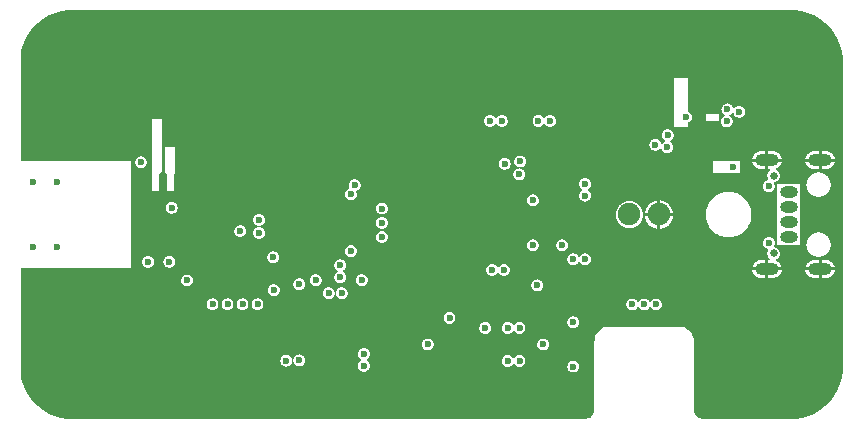
<source format=gbr>
%TF.GenerationSoftware,Altium Limited,Altium Designer,25.2.1 (25)*%
G04 Layer_Physical_Order=2*
G04 Layer_Color=36540*
%FSLAX45Y45*%
%MOMM*%
%TF.SameCoordinates,2968D444-F816-4350-AB46-43E4CE3DDFF8*%
%TF.FilePolarity,Positive*%
%TF.FileFunction,Copper,L2,Inr,Signal*%
%TF.Part,Single*%
G01*
G75*
%TA.AperFunction,ComponentPad*%
%ADD39O,1.50000X1.00000*%
G04:AMPARAMS|DCode=40|XSize=2mm|YSize=1mm|CornerRadius=0.5mm|HoleSize=0mm|Usage=FLASHONLY|Rotation=180.000|XOffset=0mm|YOffset=0mm|HoleType=Round|Shape=RoundedRectangle|*
%AMROUNDEDRECTD40*
21,1,2.00000,0.00000,0,0,180.0*
21,1,1.00000,1.00000,0,0,180.0*
1,1,1.00000,-0.50000,0.00000*
1,1,1.00000,0.50000,0.00000*
1,1,1.00000,0.50000,0.00000*
1,1,1.00000,-0.50000,0.00000*
%
%ADD40ROUNDEDRECTD40*%
%ADD41C,0.65000*%
%ADD42C,1.90000*%
%TA.AperFunction,ViaPad*%
%ADD43C,7.00000*%
%ADD44C,0.60000*%
G36*
X3133991Y1722259D02*
X3188388Y1707684D01*
X3240419Y1686131D01*
X3289190Y1657974D01*
X3333868Y1623691D01*
X3373691Y1583868D01*
X3407974Y1539190D01*
X3436131Y1490420D01*
X3457683Y1438389D01*
X3472258Y1383993D01*
X3479609Y1328158D01*
Y1300000D01*
Y-1300000D01*
Y-1328158D01*
X3472258Y-1383992D01*
X3457683Y-1438388D01*
X3436131Y-1490420D01*
X3407974Y-1539190D01*
X3373691Y-1583868D01*
X3333868Y-1623691D01*
X3289190Y-1657974D01*
X3240419Y-1686131D01*
X3188389Y-1707684D01*
X3133993Y-1722259D01*
X3078158Y-1729609D01*
X2292160D01*
X2276778Y-1726550D01*
X2262290Y-1720549D01*
X2249252Y-1711837D01*
X2238163Y-1700748D01*
X2229451Y-1687709D01*
X2223450Y-1673221D01*
X2220391Y-1657840D01*
Y-1650000D01*
Y-1070000D01*
X2220291Y-1069502D01*
X2220366Y-1068999D01*
X2219884Y-1059198D01*
X2219517Y-1057732D01*
Y-1056220D01*
X2215693Y-1036993D01*
X2214924Y-1035138D01*
X2214532Y-1033168D01*
X2207031Y-1015057D01*
X2205915Y-1013388D01*
X2205146Y-1011532D01*
X2194255Y-995232D01*
X2192834Y-993812D01*
X2191719Y-992142D01*
X2177858Y-978281D01*
X2176187Y-977165D01*
X2174768Y-975745D01*
X2158468Y-964854D01*
X2156613Y-964085D01*
X2154943Y-962969D01*
X2136831Y-955467D01*
X2134862Y-955076D01*
X2133006Y-954307D01*
X2113780Y-950483D01*
X2112268D01*
X2110802Y-950115D01*
X2101001Y-949634D01*
X2100498Y-949708D01*
X2100000Y-949609D01*
X1500000D01*
X1499502Y-949708D01*
X1499000Y-949634D01*
X1489198Y-950115D01*
X1487732Y-950483D01*
X1486220D01*
X1466993Y-954307D01*
X1465138Y-955076D01*
X1463168Y-955467D01*
X1445057Y-962969D01*
X1443388Y-964085D01*
X1441532Y-964854D01*
X1425232Y-975745D01*
X1423811Y-977165D01*
X1422142Y-978281D01*
X1408281Y-992142D01*
X1407165Y-993812D01*
X1405745Y-995232D01*
X1394854Y-1011531D01*
X1394085Y-1013387D01*
X1392969Y-1015057D01*
X1385467Y-1033168D01*
X1385076Y-1035138D01*
X1384307Y-1036993D01*
X1380483Y-1056220D01*
Y-1057732D01*
X1380115Y-1059198D01*
X1379634Y-1069000D01*
X1379708Y-1069502D01*
X1379609Y-1070000D01*
Y-1650000D01*
Y-1657841D01*
X1376550Y-1673221D01*
X1370548Y-1687710D01*
X1361837Y-1700748D01*
X1350747Y-1711837D01*
X1337709Y-1720549D01*
X1323221Y-1726550D01*
X1307840Y-1729609D01*
X-3078158D01*
X-3133992Y-1722259D01*
X-3188388Y-1707684D01*
X-3240420Y-1686131D01*
X-3289190Y-1657974D01*
X-3333868Y-1623691D01*
X-3373691Y-1583868D01*
X-3407974Y-1539190D01*
X-3436131Y-1490420D01*
X-3457684Y-1438389D01*
X-3472259Y-1383993D01*
X-3479610Y-1328158D01*
Y-1300000D01*
Y-450000D01*
X-2540500D01*
Y450000D01*
X-3479610D01*
Y1300000D01*
Y1328158D01*
X-3472259Y1383991D01*
X-3457684Y1438388D01*
X-3436131Y1490420D01*
X-3407974Y1539190D01*
X-3373691Y1583868D01*
X-3333868Y1623691D01*
X-3289190Y1657974D01*
X-3240420Y1686131D01*
X-3188389Y1707683D01*
X-3133993Y1722259D01*
X-3078158Y1729609D01*
X3078158D01*
X3133991Y1722259D01*
D02*
G37*
%LPC*%
G36*
X2507808Y940000D02*
X2502192D01*
X2496611Y939371D01*
X2491136Y938121D01*
X2485836Y936267D01*
X2480776Y933830D01*
X2476021Y930842D01*
X2471630Y927341D01*
X2467659Y923370D01*
X2464158Y918979D01*
X2461170Y914224D01*
X2458733Y909164D01*
X2456879Y903864D01*
X2455629Y898389D01*
X2455000Y892808D01*
Y887192D01*
X2455629Y881611D01*
X2456879Y876136D01*
X2458733Y870836D01*
X2461170Y865776D01*
X2464158Y861021D01*
X2467659Y856630D01*
X2471630Y852659D01*
X2476021Y849158D01*
X2480776Y846170D01*
X2483114Y845044D01*
X2483254Y836507D01*
X2482480Y834342D01*
X2480836Y833766D01*
X2475776Y831330D01*
X2471021Y828342D01*
X2466630Y824841D01*
X2462659Y820870D01*
X2459158Y816479D01*
X2456170Y811724D01*
X2453733Y806664D01*
X2451879Y801363D01*
X2450629Y795888D01*
X2450000Y790308D01*
Y784692D01*
X2450629Y779111D01*
X2451879Y773636D01*
X2453733Y768336D01*
X2456170Y763276D01*
X2459158Y758521D01*
X2462659Y754130D01*
X2466630Y750159D01*
X2471021Y746658D01*
X2475776Y743670D01*
X2480836Y741233D01*
X2486136Y739379D01*
X2491611Y738129D01*
X2497192Y737500D01*
X2502808D01*
X2508388Y738129D01*
X2513863Y739379D01*
X2519164Y741233D01*
X2524224Y743670D01*
X2528979Y746658D01*
X2533370Y750159D01*
X2537341Y754130D01*
X2540842Y758521D01*
X2543830Y763276D01*
X2546266Y768336D01*
X2548121Y773636D01*
X2549371Y779111D01*
X2550000Y784692D01*
Y790308D01*
X2549371Y795888D01*
X2548121Y801363D01*
X2546266Y806664D01*
X2543830Y811724D01*
X2540842Y816479D01*
X2537341Y820870D01*
X2533370Y824841D01*
X2528979Y828342D01*
X2524224Y831330D01*
X2521886Y832456D01*
X2521746Y840993D01*
X2522520Y843158D01*
X2524164Y843733D01*
X2529224Y846170D01*
X2533979Y849158D01*
X2538370Y852659D01*
X2542341Y856630D01*
X2545658Y860790D01*
X2548604Y861034D01*
X2556267Y858816D01*
X2556879Y856136D01*
X2558734Y850836D01*
X2561170Y845776D01*
X2564158Y841021D01*
X2567659Y836630D01*
X2571630Y832659D01*
X2576021Y829158D01*
X2580776Y826170D01*
X2585836Y823733D01*
X2591137Y821879D01*
X2596612Y820629D01*
X2602192Y820000D01*
X2607808D01*
X2613389Y820629D01*
X2618864Y821879D01*
X2624164Y823733D01*
X2629224Y826170D01*
X2633979Y829158D01*
X2638370Y832659D01*
X2642341Y836630D01*
X2645842Y841021D01*
X2648830Y845776D01*
X2651267Y850836D01*
X2653121Y856136D01*
X2654371Y861611D01*
X2655000Y867192D01*
Y872808D01*
X2654371Y878389D01*
X2653121Y883864D01*
X2651267Y889164D01*
X2648830Y894224D01*
X2645842Y898979D01*
X2642341Y903370D01*
X2638370Y907341D01*
X2633979Y910842D01*
X2629224Y913830D01*
X2624164Y916267D01*
X2618864Y918121D01*
X2613389Y919371D01*
X2607808Y920000D01*
X2602192D01*
X2596612Y919371D01*
X2591137Y918121D01*
X2585836Y916267D01*
X2580776Y913830D01*
X2576021Y910842D01*
X2571630Y907341D01*
X2567659Y903370D01*
X2564342Y899210D01*
X2561396Y898966D01*
X2553733Y901184D01*
X2553121Y903864D01*
X2551267Y909164D01*
X2548830Y914224D01*
X2545842Y918979D01*
X2542341Y923370D01*
X2538370Y927341D01*
X2533979Y930842D01*
X2529224Y933830D01*
X2524164Y936267D01*
X2518864Y938121D01*
X2513389Y939371D01*
X2507808Y940000D01*
D02*
G37*
G36*
X1007808Y842500D02*
X1002192D01*
X996611Y841871D01*
X991136Y840622D01*
X985836Y838767D01*
X980776Y836330D01*
X976021Y833343D01*
X971630Y829841D01*
X967659Y825870D01*
X964158Y821479D01*
X961170Y816724D01*
X960458Y815245D01*
X959796Y814987D01*
X950204D01*
X949542Y815245D01*
X948830Y816724D01*
X945842Y821479D01*
X942341Y825870D01*
X938370Y829841D01*
X933979Y833343D01*
X929224Y836330D01*
X924164Y838767D01*
X918864Y840622D01*
X913389Y841871D01*
X907808Y842500D01*
X902192D01*
X896611Y841871D01*
X891136Y840622D01*
X885836Y838767D01*
X880776Y836330D01*
X876021Y833343D01*
X871630Y829841D01*
X867659Y825870D01*
X864158Y821479D01*
X861170Y816724D01*
X858733Y811665D01*
X856879Y806364D01*
X855629Y800889D01*
X855000Y795308D01*
Y789692D01*
X855629Y784112D01*
X856879Y778637D01*
X858733Y773336D01*
X861170Y768276D01*
X864158Y763521D01*
X867659Y759131D01*
X871630Y755160D01*
X876021Y751658D01*
X880776Y748670D01*
X885836Y746234D01*
X891136Y744379D01*
X896611Y743129D01*
X902192Y742500D01*
X907808D01*
X913389Y743129D01*
X918864Y744379D01*
X924164Y746234D01*
X929224Y748670D01*
X933979Y751658D01*
X938370Y755160D01*
X942341Y759131D01*
X945842Y763521D01*
X948830Y768276D01*
X949542Y769756D01*
X950204Y770014D01*
X959796D01*
X960458Y769756D01*
X961170Y768276D01*
X964158Y763521D01*
X967659Y759131D01*
X971630Y755160D01*
X976021Y751658D01*
X980776Y748670D01*
X985836Y746234D01*
X991136Y744379D01*
X996611Y743129D01*
X1002192Y742500D01*
X1007808D01*
X1013389Y743129D01*
X1018864Y744379D01*
X1024164Y746234D01*
X1029224Y748670D01*
X1033979Y751658D01*
X1038370Y755160D01*
X1042341Y759131D01*
X1045842Y763521D01*
X1048830Y768276D01*
X1051267Y773336D01*
X1053121Y778637D01*
X1054371Y784112D01*
X1055000Y789692D01*
Y795308D01*
X1054371Y800889D01*
X1053121Y806364D01*
X1051267Y811665D01*
X1048830Y816724D01*
X1045842Y821479D01*
X1042341Y825870D01*
X1038370Y829841D01*
X1033979Y833343D01*
X1029224Y836330D01*
X1024164Y838767D01*
X1018864Y840622D01*
X1013389Y841871D01*
X1007808Y842500D01*
D02*
G37*
G36*
X597808D02*
X592192D01*
X586611Y841871D01*
X581137Y840622D01*
X575836Y838767D01*
X570776Y836330D01*
X566021Y833343D01*
X561630Y829841D01*
X557659Y825870D01*
X554158Y821479D01*
X551170Y816724D01*
X550458Y815245D01*
X549796Y814987D01*
X540204D01*
X539542Y815245D01*
X538830Y816724D01*
X535842Y821479D01*
X532341Y825870D01*
X528370Y829841D01*
X523979Y833343D01*
X519224Y836330D01*
X514164Y838767D01*
X508864Y840622D01*
X503389Y841871D01*
X497808Y842500D01*
X492192D01*
X486611Y841871D01*
X481136Y840622D01*
X475836Y838767D01*
X470776Y836330D01*
X466021Y833343D01*
X461630Y829841D01*
X457659Y825870D01*
X454158Y821479D01*
X451170Y816724D01*
X448733Y811665D01*
X446879Y806364D01*
X445629Y800889D01*
X445000Y795308D01*
Y789692D01*
X445629Y784112D01*
X446879Y778637D01*
X448733Y773336D01*
X451170Y768276D01*
X454158Y763521D01*
X457659Y759131D01*
X461630Y755160D01*
X466021Y751658D01*
X470776Y748670D01*
X475836Y746234D01*
X481136Y744379D01*
X486611Y743129D01*
X492192Y742500D01*
X497808D01*
X503389Y743129D01*
X508864Y744379D01*
X514164Y746234D01*
X519224Y748670D01*
X523979Y751658D01*
X528370Y755160D01*
X532341Y759131D01*
X535842Y763521D01*
X538830Y768276D01*
X539542Y769756D01*
X540204Y770014D01*
X549796D01*
X550458Y769756D01*
X551170Y768276D01*
X554158Y763521D01*
X557659Y759131D01*
X561630Y755160D01*
X566021Y751658D01*
X570776Y748670D01*
X575836Y746234D01*
X581137Y744379D01*
X586611Y743129D01*
X592192Y742500D01*
X597808D01*
X603389Y743129D01*
X608864Y744379D01*
X614164Y746234D01*
X619224Y748670D01*
X623979Y751658D01*
X628370Y755160D01*
X632341Y759131D01*
X635842Y763521D01*
X638830Y768276D01*
X641267Y773336D01*
X643121Y778637D01*
X644371Y784112D01*
X645000Y789692D01*
Y795308D01*
X644371Y800889D01*
X643121Y806364D01*
X641267Y811665D01*
X638830Y816724D01*
X635842Y821479D01*
X632341Y825870D01*
X628370Y829841D01*
X623979Y833343D01*
X619224Y836330D01*
X614164Y838767D01*
X608864Y840622D01*
X603389Y841871D01*
X597808Y842500D01*
D02*
G37*
G36*
X2435000Y855000D02*
X2325000D01*
Y795000D01*
X2435000D01*
Y855000D01*
D02*
G37*
G36*
X2175000Y1157500D02*
X2050000D01*
Y742500D01*
X2175000D01*
Y779136D01*
X2179224Y781170D01*
X2183979Y784158D01*
X2188370Y787659D01*
X2192341Y791630D01*
X2195842Y796021D01*
X2198830Y800776D01*
X2201267Y805836D01*
X2203122Y811136D01*
X2204371Y816611D01*
X2205000Y822192D01*
Y827808D01*
X2204371Y833388D01*
X2203122Y838863D01*
X2201267Y844164D01*
X2198830Y849224D01*
X2195842Y853979D01*
X2192341Y858370D01*
X2188370Y862341D01*
X2183979Y865842D01*
X2179224Y868830D01*
X2175000Y870864D01*
Y1157500D01*
D02*
G37*
G36*
X2002808Y722500D02*
X1997192D01*
X1991612Y721871D01*
X1986137Y720621D01*
X1980836Y718766D01*
X1975776Y716330D01*
X1971021Y713342D01*
X1966631Y709841D01*
X1962660Y705870D01*
X1959158Y701479D01*
X1956170Y696724D01*
X1953734Y691664D01*
X1951879Y686363D01*
X1950629Y680888D01*
X1950000Y675308D01*
Y669692D01*
X1950629Y664111D01*
X1951879Y658636D01*
X1953734Y653335D01*
X1956170Y648276D01*
X1959158Y643521D01*
X1962660Y639130D01*
X1966631Y635159D01*
X1971021Y631658D01*
X1975776Y628670D01*
X1978113Y627545D01*
X1978253Y619004D01*
X1977480Y616842D01*
X1975836Y616267D01*
X1970776Y613830D01*
X1966021Y610842D01*
X1961630Y607341D01*
X1957659Y603370D01*
X1954342Y599210D01*
X1951396Y598966D01*
X1943733Y601184D01*
X1943121Y603864D01*
X1941267Y609164D01*
X1938830Y614224D01*
X1935842Y618979D01*
X1932341Y623370D01*
X1928370Y627341D01*
X1923979Y630842D01*
X1919224Y633830D01*
X1914164Y636267D01*
X1908864Y638121D01*
X1903389Y639371D01*
X1897808Y640000D01*
X1892192D01*
X1886611Y639371D01*
X1881136Y638121D01*
X1875836Y636267D01*
X1870776Y633830D01*
X1866021Y630842D01*
X1861630Y627341D01*
X1857659Y623370D01*
X1854158Y618979D01*
X1851170Y614224D01*
X1848733Y609164D01*
X1846879Y603864D01*
X1845629Y598389D01*
X1845000Y592808D01*
Y587192D01*
X1845629Y581611D01*
X1846879Y576137D01*
X1848733Y570836D01*
X1851170Y565776D01*
X1854158Y561021D01*
X1857659Y556630D01*
X1861630Y552659D01*
X1866021Y549158D01*
X1870776Y546170D01*
X1875836Y543733D01*
X1881136Y541879D01*
X1886611Y540629D01*
X1892192Y540000D01*
X1897808D01*
X1903389Y540629D01*
X1908864Y541879D01*
X1914164Y543733D01*
X1919224Y546170D01*
X1923979Y549158D01*
X1928370Y552659D01*
X1932341Y556630D01*
X1935658Y560790D01*
X1938604Y561034D01*
X1946267Y558816D01*
X1946879Y556137D01*
X1948733Y550836D01*
X1951170Y545776D01*
X1954158Y541021D01*
X1957659Y536630D01*
X1961630Y532659D01*
X1966021Y529158D01*
X1970776Y526170D01*
X1975836Y523734D01*
X1981136Y521879D01*
X1986611Y520629D01*
X1992192Y520000D01*
X1997808D01*
X2003389Y520629D01*
X2008864Y521879D01*
X2014164Y523734D01*
X2019224Y526170D01*
X2023979Y529158D01*
X2028370Y532659D01*
X2032341Y536630D01*
X2035842Y541021D01*
X2038830Y545776D01*
X2041267Y550836D01*
X2043121Y556137D01*
X2044371Y561612D01*
X2045000Y567192D01*
Y572808D01*
X2044371Y578389D01*
X2043121Y583864D01*
X2041267Y589164D01*
X2038830Y594224D01*
X2035842Y598979D01*
X2032341Y603370D01*
X2028370Y607341D01*
X2023979Y610842D01*
X2019224Y613830D01*
X2016888Y614955D01*
X2016748Y623496D01*
X2017520Y625658D01*
X2019165Y626233D01*
X2024224Y628670D01*
X2028979Y631658D01*
X2033370Y635159D01*
X2037341Y639130D01*
X2040843Y643521D01*
X2043830Y648276D01*
X2046267Y653335D01*
X2048122Y658636D01*
X2049371Y664111D01*
X2050000Y669692D01*
Y675308D01*
X2049371Y680888D01*
X2048122Y686363D01*
X2046267Y691664D01*
X2043830Y696724D01*
X2040843Y701479D01*
X2037341Y705870D01*
X2033370Y709841D01*
X2028979Y713342D01*
X2024224Y716330D01*
X2019165Y718766D01*
X2013864Y720621D01*
X2008389Y721871D01*
X2002808Y722500D01*
D02*
G37*
G36*
X2890000Y536491D02*
X2852700D01*
Y473701D01*
X2964341D01*
X2964040Y475728D01*
X2962240Y482914D01*
X2959744Y489889D01*
X2956577Y496586D01*
X2952768Y502941D01*
X2948355Y508891D01*
X2943380Y514380D01*
X2937891Y519355D01*
X2931941Y523768D01*
X2925586Y527577D01*
X2918889Y530744D01*
X2911914Y533240D01*
X2904727Y535040D01*
X2897399Y536127D01*
X2890000Y536491D01*
D02*
G37*
G36*
X3340000D02*
X3302700D01*
Y473701D01*
X3414341D01*
X3414040Y475728D01*
X3412240Y482914D01*
X3409745Y489889D01*
X3406577Y496586D01*
X3402768Y502941D01*
X3398355Y508891D01*
X3393380Y514380D01*
X3387891Y519355D01*
X3381941Y523768D01*
X3375586Y527577D01*
X3368889Y530744D01*
X3361914Y533240D01*
X3354728Y535040D01*
X3347399Y536127D01*
X3340000Y536491D01*
D02*
G37*
G36*
X3277300D02*
X3240000D01*
X3232601Y536127D01*
X3225272Y535040D01*
X3218086Y533240D01*
X3211111Y530744D01*
X3204414Y527577D01*
X3198059Y523768D01*
X3192109Y519355D01*
X3186620Y514380D01*
X3181645Y508891D01*
X3177232Y502941D01*
X3173423Y496586D01*
X3170256Y489889D01*
X3167760Y482914D01*
X3165960Y475728D01*
X3165659Y473701D01*
X3277300D01*
Y536491D01*
D02*
G37*
G36*
X2827300D02*
X2790000D01*
X2782600Y536127D01*
X2775272Y535040D01*
X2768086Y533240D01*
X2761111Y530744D01*
X2754414Y527577D01*
X2748059Y523768D01*
X2742109Y519355D01*
X2736620Y514380D01*
X2731645Y508891D01*
X2727232Y502941D01*
X2723423Y496586D01*
X2720255Y489889D01*
X2717760Y482914D01*
X2715960Y475728D01*
X2715659Y473701D01*
X2827300D01*
Y536491D01*
D02*
G37*
G36*
X752808Y500000D02*
X747192D01*
X741611Y499371D01*
X736136Y498121D01*
X730836Y496266D01*
X725776Y493830D01*
X721021Y490842D01*
X716630Y487341D01*
X712659Y483370D01*
X709158Y478979D01*
X706170Y474224D01*
X703733Y469164D01*
X701879Y463863D01*
X700629Y458388D01*
X700000Y452808D01*
Y447192D01*
X700629Y441611D01*
X701879Y436136D01*
X703733Y430836D01*
X706170Y425776D01*
X709158Y421021D01*
X712659Y416630D01*
X716630Y412659D01*
X721021Y409158D01*
X725776Y406170D01*
X730836Y403733D01*
X736136Y401879D01*
X741611Y400629D01*
X747192Y400000D01*
X752808D01*
X758389Y400629D01*
X763864Y401879D01*
X769164Y403733D01*
X774224Y406170D01*
X778979Y409158D01*
X783370Y412659D01*
X787341Y416630D01*
X790842Y421021D01*
X793830Y425776D01*
X796267Y430836D01*
X798121Y436136D01*
X799371Y441611D01*
X800000Y447192D01*
Y452808D01*
X799371Y458388D01*
X798121Y463863D01*
X796267Y469164D01*
X793830Y474224D01*
X790842Y478979D01*
X787341Y483370D01*
X783370Y487341D01*
X778979Y490842D01*
X774224Y493830D01*
X769164Y496266D01*
X763864Y498121D01*
X758389Y499371D01*
X752808Y500000D01*
D02*
G37*
G36*
X-2457192Y492500D02*
X-2462808D01*
X-2468389Y491871D01*
X-2473863Y490622D01*
X-2479164Y488767D01*
X-2484224Y486330D01*
X-2488979Y483342D01*
X-2493370Y479841D01*
X-2497341Y475870D01*
X-2500842Y471479D01*
X-2503830Y466724D01*
X-2506267Y461665D01*
X-2508121Y456364D01*
X-2509371Y450889D01*
X-2510000Y445308D01*
Y439692D01*
X-2509371Y434112D01*
X-2508121Y428637D01*
X-2506267Y423336D01*
X-2503830Y418276D01*
X-2500842Y413521D01*
X-2497341Y409130D01*
X-2493370Y405159D01*
X-2488979Y401658D01*
X-2484224Y398670D01*
X-2479164Y396234D01*
X-2473863Y394379D01*
X-2468389Y393129D01*
X-2462808Y392500D01*
X-2457192D01*
X-2451611Y393129D01*
X-2446136Y394379D01*
X-2440836Y396234D01*
X-2435776Y398670D01*
X-2431021Y401658D01*
X-2426630Y405159D01*
X-2422659Y409130D01*
X-2419158Y413521D01*
X-2416170Y418276D01*
X-2413733Y423336D01*
X-2411879Y428637D01*
X-2410629Y434112D01*
X-2410000Y439692D01*
Y445308D01*
X-2410629Y450889D01*
X-2411879Y456364D01*
X-2413733Y461665D01*
X-2416170Y466724D01*
X-2419158Y471479D01*
X-2422659Y475870D01*
X-2426630Y479841D01*
X-2431021Y483342D01*
X-2435776Y486330D01*
X-2440836Y488767D01*
X-2446136Y490622D01*
X-2451611Y491871D01*
X-2457192Y492500D01*
D02*
G37*
G36*
X3414341Y448301D02*
X3302700D01*
Y385509D01*
X3340000D01*
X3347399Y385873D01*
X3354728Y386960D01*
X3361914Y388760D01*
X3368889Y391256D01*
X3375586Y394423D01*
X3381941Y398232D01*
X3387891Y402645D01*
X3393380Y407620D01*
X3398355Y413109D01*
X3402768Y419060D01*
X3406577Y425414D01*
X3409745Y432111D01*
X3412240Y439086D01*
X3414040Y446273D01*
X3414341Y448301D01*
D02*
G37*
G36*
X3277300D02*
X3165659D01*
X3165960Y446273D01*
X3167760Y439086D01*
X3170256Y432111D01*
X3173423Y425414D01*
X3177232Y419060D01*
X3181645Y413109D01*
X3186620Y407620D01*
X3192109Y402645D01*
X3198059Y398232D01*
X3204414Y394423D01*
X3211111Y391256D01*
X3218086Y388760D01*
X3225272Y386960D01*
X3232601Y385873D01*
X3240000Y385509D01*
X3277300D01*
Y448301D01*
D02*
G37*
G36*
X2827300D02*
X2715659D01*
X2715960Y446273D01*
X2717760Y439086D01*
X2720255Y432111D01*
X2723423Y425414D01*
X2727232Y419060D01*
X2731645Y413109D01*
X2736620Y407620D01*
X2742109Y402645D01*
X2748059Y398232D01*
X2754414Y394423D01*
X2761111Y391256D01*
X2768086Y388760D01*
X2775272Y386960D01*
X2782600Y385873D01*
X2790000Y385509D01*
X2827300D01*
Y448301D01*
D02*
G37*
G36*
X622808Y480000D02*
X617192D01*
X611611Y479371D01*
X606136Y478121D01*
X600836Y476267D01*
X595776Y473830D01*
X591021Y470842D01*
X586630Y467341D01*
X582659Y463370D01*
X579158Y458979D01*
X576170Y454224D01*
X573733Y449164D01*
X571879Y443863D01*
X570629Y438389D01*
X570000Y432808D01*
Y427192D01*
X570629Y421611D01*
X571879Y416136D01*
X573733Y410836D01*
X576170Y405776D01*
X579158Y401021D01*
X582659Y396630D01*
X586630Y392659D01*
X591021Y389158D01*
X595776Y386170D01*
X600836Y383733D01*
X606136Y381879D01*
X611611Y380629D01*
X617192Y380000D01*
X622808D01*
X628389Y380629D01*
X633864Y381879D01*
X639164Y383733D01*
X644224Y386170D01*
X648979Y389158D01*
X653370Y392659D01*
X657341Y396630D01*
X660842Y401021D01*
X663830Y405776D01*
X666267Y410836D01*
X668121Y416136D01*
X669371Y421611D01*
X670000Y427192D01*
Y432808D01*
X669371Y438389D01*
X668121Y443863D01*
X666267Y449164D01*
X663830Y454224D01*
X660842Y458979D01*
X657341Y463370D01*
X653370Y467341D01*
X648979Y470842D01*
X644224Y473830D01*
X639164Y476267D01*
X633864Y478121D01*
X628389Y479371D01*
X622808Y480000D01*
D02*
G37*
G36*
X2615000Y452500D02*
X2385000D01*
Y347500D01*
X2615000D01*
Y452500D01*
D02*
G37*
G36*
X745308Y390000D02*
X739692D01*
X734112Y389371D01*
X728637Y388122D01*
X723336Y386267D01*
X718276Y383830D01*
X713521Y380843D01*
X709131Y377341D01*
X705160Y373370D01*
X701658Y368979D01*
X698670Y364224D01*
X696234Y359165D01*
X694379Y353864D01*
X693129Y348389D01*
X692501Y342808D01*
Y337192D01*
X693129Y331612D01*
X694379Y326137D01*
X696234Y320836D01*
X698670Y315776D01*
X701658Y311021D01*
X705160Y306631D01*
X709131Y302660D01*
X713521Y299158D01*
X718276Y296170D01*
X723336Y293734D01*
X728637Y291879D01*
X734112Y290629D01*
X739692Y290000D01*
X745308D01*
X750889Y290629D01*
X756364Y291879D01*
X761665Y293734D01*
X766724Y296170D01*
X771480Y299158D01*
X775870Y302660D01*
X779841Y306631D01*
X783343Y311021D01*
X786330Y315776D01*
X788767Y320836D01*
X790622Y326137D01*
X791871Y331612D01*
X792500Y337192D01*
Y342808D01*
X791871Y348389D01*
X790622Y353864D01*
X788767Y359165D01*
X786330Y364224D01*
X783343Y368979D01*
X779841Y373370D01*
X775870Y377341D01*
X771480Y380843D01*
X766724Y383830D01*
X761665Y386267D01*
X756364Y388122D01*
X750889Y389371D01*
X745308Y390000D01*
D02*
G37*
G36*
X-2170000Y572500D02*
X-2255000Y572500D01*
Y360500D01*
X-2239500Y345000D01*
Y200000D01*
X-2179500D01*
Y345000D01*
X-2170000Y354500D01*
Y572500D01*
D02*
G37*
G36*
X-2284999Y805000D02*
X-2370000D01*
Y348500D01*
X-2366500Y345000D01*
Y200000D01*
X-2306500D01*
Y345000D01*
X-2284999Y366500D01*
Y805000D01*
D02*
G37*
G36*
X2964341Y448301D02*
X2852700D01*
Y385509D01*
X2866066D01*
X2868636Y380045D01*
X2868809Y375509D01*
X2865282Y373293D01*
X2860628Y369581D01*
X2856419Y365372D01*
X2852707Y360718D01*
X2849540Y355677D01*
X2846957Y350314D01*
X2844991Y344696D01*
X2843667Y338892D01*
X2843000Y332976D01*
Y327024D01*
X2843667Y321108D01*
X2844991Y315305D01*
X2846957Y309686D01*
X2849540Y304323D01*
X2852307Y299919D01*
X2851832Y297436D01*
X2848012Y289371D01*
X2842537Y288121D01*
X2837236Y286267D01*
X2832176Y283830D01*
X2827421Y280842D01*
X2823031Y277341D01*
X2819060Y273370D01*
X2815558Y268979D01*
X2812570Y264224D01*
X2810134Y259164D01*
X2808279Y253864D01*
X2807029Y248389D01*
X2806401Y242808D01*
Y237192D01*
X2807029Y231611D01*
X2808279Y226136D01*
X2810134Y220836D01*
X2812570Y215776D01*
X2815558Y211021D01*
X2819060Y206630D01*
X2823031Y202659D01*
X2827421Y199158D01*
X2832176Y196170D01*
X2837236Y193733D01*
X2842537Y191879D01*
X2848012Y190629D01*
X2853592Y190000D01*
X2859208D01*
X2864789Y190629D01*
X2870264Y191879D01*
X2875565Y193733D01*
X2880624Y196170D01*
X2885380Y199158D01*
X2889770Y202659D01*
X2893741Y206630D01*
X2897243Y211021D01*
X2900230Y215776D01*
X2902667Y220836D01*
X2904522Y226136D01*
X2905771Y231611D01*
X2906400Y237192D01*
Y242808D01*
X2905771Y248389D01*
X2904522Y253864D01*
X2902667Y259164D01*
X2900230Y264224D01*
X2898486Y267000D01*
X2898588Y269068D01*
X2899879Y272710D01*
X2903253Y277482D01*
X2904892Y277667D01*
X2910695Y278991D01*
X2916314Y280957D01*
X2921677Y283540D01*
X2926718Y286707D01*
X2931372Y290419D01*
X2935581Y294628D01*
X2939293Y299282D01*
X2942460Y304323D01*
X2945043Y309686D01*
X2947009Y315305D01*
X2948333Y321108D01*
X2949000Y327024D01*
Y332976D01*
X2948333Y338892D01*
X2947009Y344696D01*
X2945043Y350314D01*
X2942460Y355677D01*
X2939293Y360718D01*
X2935581Y365372D01*
X2931372Y369581D01*
X2926718Y373293D01*
X2921677Y376460D01*
X2916314Y379043D01*
X2915367Y379374D01*
X2915329Y389982D01*
X2918889Y391256D01*
X2925586Y394423D01*
X2931941Y398232D01*
X2937891Y402645D01*
X2943380Y407620D01*
X2948355Y413109D01*
X2952768Y419060D01*
X2956577Y425414D01*
X2959744Y432111D01*
X2962240Y439086D01*
X2964040Y446273D01*
X2964341Y448301D01*
D02*
G37*
G36*
X3281497Y357000D02*
X3272503D01*
X3263543Y356216D01*
X3254686Y354654D01*
X3245998Y352326D01*
X3237546Y349250D01*
X3229395Y345449D01*
X3221606Y340952D01*
X3214238Y335793D01*
X3207348Y330012D01*
X3200989Y323652D01*
X3195207Y316762D01*
X3190048Y309394D01*
X3185551Y301605D01*
X3181750Y293454D01*
X3178674Y285002D01*
X3176346Y276314D01*
X3174785Y267457D01*
X3174001Y258497D01*
Y249503D01*
X3174785Y240543D01*
X3176346Y231686D01*
X3178674Y222998D01*
X3181750Y214546D01*
X3185551Y206395D01*
X3190048Y198606D01*
X3195207Y191238D01*
X3200989Y184348D01*
X3207348Y177988D01*
X3214238Y172207D01*
X3221606Y167048D01*
X3229395Y162551D01*
X3237546Y158750D01*
X3245998Y155674D01*
X3254686Y153346D01*
X3263543Y151784D01*
X3272503Y151000D01*
X3281497D01*
X3290457Y151784D01*
X3299315Y153346D01*
X3308003Y155674D01*
X3316454Y158750D01*
X3324605Y162551D01*
X3332395Y167048D01*
X3339762Y172207D01*
X3346652Y177988D01*
X3353012Y184348D01*
X3358793Y191238D01*
X3363952Y198606D01*
X3368449Y206395D01*
X3372250Y214546D01*
X3375326Y222998D01*
X3377654Y231686D01*
X3379216Y240543D01*
X3380000Y249503D01*
Y258497D01*
X3379216Y267457D01*
X3377654Y276314D01*
X3375326Y285002D01*
X3372250Y293454D01*
X3368449Y301605D01*
X3363952Y309394D01*
X3358793Y316762D01*
X3353012Y323652D01*
X3346652Y330012D01*
X3339762Y335793D01*
X3332395Y340952D01*
X3324605Y345449D01*
X3316454Y349250D01*
X3308003Y352326D01*
X3299315Y354654D01*
X3290457Y356216D01*
X3281497Y357000D01*
D02*
G37*
G36*
X-647192Y300000D02*
X-652808D01*
X-658389Y299371D01*
X-663864Y298121D01*
X-669164Y296267D01*
X-674224Y293830D01*
X-678979Y290842D01*
X-683370Y287341D01*
X-687341Y283370D01*
X-690842Y278979D01*
X-693830Y274224D01*
X-696267Y269164D01*
X-698121Y263864D01*
X-699371Y258389D01*
X-700000Y252808D01*
Y247192D01*
X-699371Y241611D01*
X-698121Y236136D01*
X-696267Y230836D01*
X-695210Y228642D01*
X-695682Y224343D01*
X-696759Y221552D01*
X-700026Y216840D01*
X-701665Y216267D01*
X-706724Y213830D01*
X-711479Y210842D01*
X-715870Y207341D01*
X-719841Y203370D01*
X-723342Y198979D01*
X-726330Y194224D01*
X-728767Y189164D01*
X-730622Y183863D01*
X-731871Y178389D01*
X-732500Y172808D01*
Y167192D01*
X-731871Y161611D01*
X-730622Y156136D01*
X-728767Y150836D01*
X-726330Y145776D01*
X-723342Y141021D01*
X-719841Y136630D01*
X-715870Y132659D01*
X-711479Y129158D01*
X-706724Y126170D01*
X-701665Y123733D01*
X-696364Y121879D01*
X-690889Y120629D01*
X-685308Y120000D01*
X-679692D01*
X-674112Y120629D01*
X-668637Y121879D01*
X-663336Y123733D01*
X-658276Y126170D01*
X-653521Y129158D01*
X-649131Y132659D01*
X-645159Y136630D01*
X-641658Y141021D01*
X-638670Y145776D01*
X-636234Y150836D01*
X-634379Y156136D01*
X-633129Y161611D01*
X-632500Y167192D01*
Y172808D01*
X-633129Y178389D01*
X-634379Y183863D01*
X-636234Y189164D01*
X-637290Y191358D01*
X-636819Y195657D01*
X-635741Y198448D01*
X-632475Y203160D01*
X-630836Y203733D01*
X-625776Y206170D01*
X-621021Y209158D01*
X-616630Y212659D01*
X-612659Y216630D01*
X-609158Y221021D01*
X-606170Y225776D01*
X-603733Y230836D01*
X-601879Y236136D01*
X-600629Y241611D01*
X-600000Y247192D01*
Y252808D01*
X-600629Y258389D01*
X-601879Y263864D01*
X-603733Y269164D01*
X-606170Y274224D01*
X-609158Y278979D01*
X-612659Y283370D01*
X-616630Y287341D01*
X-621021Y290842D01*
X-625776Y293830D01*
X-630836Y296267D01*
X-636136Y298121D01*
X-641611Y299371D01*
X-647192Y300000D01*
D02*
G37*
G36*
X1302808Y310000D02*
X1297192D01*
X1291611Y309371D01*
X1286136Y308121D01*
X1280836Y306267D01*
X1275776Y303830D01*
X1271021Y300842D01*
X1266630Y297341D01*
X1262659Y293370D01*
X1259158Y288979D01*
X1256170Y284224D01*
X1253733Y279164D01*
X1251879Y273864D01*
X1250629Y268389D01*
X1250000Y262808D01*
Y257192D01*
X1250629Y251611D01*
X1251879Y246136D01*
X1253733Y240836D01*
X1256170Y235776D01*
X1259158Y231021D01*
X1262659Y226630D01*
X1266630Y222659D01*
X1271021Y219158D01*
X1275776Y216170D01*
X1277256Y215458D01*
X1277513Y214796D01*
Y205204D01*
X1277256Y204542D01*
X1275776Y203830D01*
X1271021Y200842D01*
X1266630Y197341D01*
X1262659Y193370D01*
X1259158Y188979D01*
X1256170Y184224D01*
X1253733Y179164D01*
X1251879Y173864D01*
X1250629Y168389D01*
X1250000Y162808D01*
Y157192D01*
X1250629Y151611D01*
X1251879Y146136D01*
X1253733Y140836D01*
X1256170Y135776D01*
X1259158Y131021D01*
X1262659Y126630D01*
X1266630Y122659D01*
X1271021Y119158D01*
X1275776Y116170D01*
X1280836Y113733D01*
X1286136Y111879D01*
X1291611Y110629D01*
X1297192Y110000D01*
X1302808D01*
X1308389Y110629D01*
X1313864Y111879D01*
X1319164Y113733D01*
X1324224Y116170D01*
X1328979Y119158D01*
X1333370Y122659D01*
X1337341Y126630D01*
X1340842Y131021D01*
X1343830Y135776D01*
X1346267Y140836D01*
X1348121Y146136D01*
X1349371Y151611D01*
X1350000Y157192D01*
Y162808D01*
X1349371Y168389D01*
X1348121Y173864D01*
X1346267Y179164D01*
X1343830Y184224D01*
X1340842Y188979D01*
X1337341Y193370D01*
X1333370Y197341D01*
X1328979Y200842D01*
X1324224Y203830D01*
X1322744Y204542D01*
X1322487Y205204D01*
Y214796D01*
X1322744Y215458D01*
X1324224Y216170D01*
X1328979Y219158D01*
X1333370Y222659D01*
X1337341Y226630D01*
X1340842Y231021D01*
X1343830Y235776D01*
X1346267Y240836D01*
X1348121Y246136D01*
X1349371Y251611D01*
X1350000Y257192D01*
Y262808D01*
X1349371Y268389D01*
X1348121Y273864D01*
X1346267Y279164D01*
X1343830Y284224D01*
X1340842Y288979D01*
X1337341Y293370D01*
X1333370Y297341D01*
X1328979Y300842D01*
X1324224Y303830D01*
X1319164Y306267D01*
X1313864Y308121D01*
X1308389Y309371D01*
X1302808Y310000D01*
D02*
G37*
G36*
X861308Y170000D02*
X855692D01*
X850111Y169371D01*
X844636Y168121D01*
X839336Y166267D01*
X834276Y163830D01*
X829521Y160842D01*
X825130Y157341D01*
X821159Y153370D01*
X817658Y148979D01*
X814670Y144224D01*
X812233Y139164D01*
X810379Y133864D01*
X809129Y128389D01*
X808500Y122808D01*
Y117192D01*
X809129Y111611D01*
X810379Y106136D01*
X812233Y100836D01*
X814670Y95776D01*
X817658Y91021D01*
X821159Y86630D01*
X825130Y82659D01*
X829521Y79158D01*
X834276Y76170D01*
X839336Y73733D01*
X844636Y71879D01*
X850111Y70629D01*
X855692Y70000D01*
X861308D01*
X866889Y70629D01*
X872364Y71879D01*
X877664Y73733D01*
X882724Y76170D01*
X887479Y79158D01*
X891870Y82659D01*
X895841Y86630D01*
X899342Y91021D01*
X902330Y95776D01*
X904767Y100836D01*
X906621Y106136D01*
X907871Y111611D01*
X908500Y117192D01*
Y122808D01*
X907871Y128389D01*
X906621Y133864D01*
X904767Y139164D01*
X902330Y144224D01*
X899342Y148979D01*
X895841Y153370D01*
X891870Y157341D01*
X887479Y160842D01*
X882724Y163830D01*
X877664Y166267D01*
X872364Y168121D01*
X866889Y169371D01*
X861308Y170000D01*
D02*
G37*
G36*
X1937700Y119772D02*
Y12700D01*
X2044773D01*
X2044658Y14162D01*
X2043178Y23507D01*
X2040969Y32706D01*
X2038045Y41704D01*
X2034425Y50445D01*
X2030130Y58875D01*
X2025186Y66942D01*
X2019625Y74596D01*
X2013481Y81790D01*
X2006790Y88480D01*
X1999596Y94625D01*
X1991942Y100186D01*
X1983875Y105129D01*
X1975445Y109424D01*
X1966704Y113045D01*
X1957707Y115969D01*
X1948507Y118177D01*
X1939162Y119657D01*
X1937700Y119772D01*
D02*
G37*
G36*
X1912300D02*
X1910837Y119657D01*
X1901493Y118177D01*
X1892293Y115969D01*
X1883295Y113045D01*
X1874555Y109424D01*
X1866125Y105129D01*
X1858058Y100186D01*
X1850404Y94625D01*
X1843209Y88480D01*
X1836519Y81790D01*
X1830375Y74596D01*
X1824814Y66942D01*
X1819870Y58875D01*
X1815575Y50445D01*
X1811955Y41704D01*
X1809031Y32706D01*
X1806822Y23507D01*
X1805342Y14162D01*
X1805227Y12700D01*
X1912300D01*
Y119772D01*
D02*
G37*
G36*
X-2197192Y107500D02*
X-2202808D01*
X-2208389Y106871D01*
X-2213863Y105621D01*
X-2219164Y103767D01*
X-2224224Y101330D01*
X-2228979Y98342D01*
X-2233370Y94841D01*
X-2237341Y90870D01*
X-2240842Y86479D01*
X-2243830Y81724D01*
X-2246267Y76664D01*
X-2248121Y71364D01*
X-2249371Y65889D01*
X-2250000Y60308D01*
Y54692D01*
X-2249371Y49111D01*
X-2248121Y43636D01*
X-2246267Y38336D01*
X-2243830Y33276D01*
X-2240842Y28521D01*
X-2237341Y24130D01*
X-2233370Y20159D01*
X-2228979Y16658D01*
X-2224224Y13670D01*
X-2219164Y11233D01*
X-2213863Y9379D01*
X-2208389Y8129D01*
X-2202808Y7500D01*
X-2197192D01*
X-2191611Y8129D01*
X-2186136Y9379D01*
X-2180836Y11233D01*
X-2175776Y13670D01*
X-2171021Y16658D01*
X-2166630Y20159D01*
X-2162659Y24130D01*
X-2159158Y28521D01*
X-2156170Y33276D01*
X-2153733Y38336D01*
X-2151879Y43636D01*
X-2150629Y49111D01*
X-2150000Y54692D01*
Y60308D01*
X-2150629Y65889D01*
X-2151879Y71364D01*
X-2153733Y76664D01*
X-2156170Y81724D01*
X-2159158Y86479D01*
X-2162659Y90870D01*
X-2166630Y94841D01*
X-2171021Y98342D01*
X-2175776Y101330D01*
X-2180836Y103767D01*
X-2186136Y105621D01*
X-2191611Y106871D01*
X-2197192Y107500D01*
D02*
G37*
G36*
X-417191Y100000D02*
X-422807D01*
X-428388Y99371D01*
X-433863Y98121D01*
X-439164Y96267D01*
X-444223Y93830D01*
X-448979Y90842D01*
X-453369Y87341D01*
X-457340Y83370D01*
X-460842Y78979D01*
X-463829Y74224D01*
X-466266Y69164D01*
X-468121Y63863D01*
X-469370Y58389D01*
X-469999Y52808D01*
Y47192D01*
X-469370Y41611D01*
X-468121Y36136D01*
X-466266Y30836D01*
X-463829Y25776D01*
X-460842Y21021D01*
X-457340Y16630D01*
X-453369Y12659D01*
X-448979Y9158D01*
X-444223Y6170D01*
X-439164Y3733D01*
X-433863Y1879D01*
X-428388Y629D01*
X-422807Y0D01*
X-417191D01*
X-411611Y629D01*
X-406136Y1879D01*
X-400835Y3733D01*
X-395775Y6170D01*
X-391020Y9158D01*
X-386630Y12659D01*
X-382659Y16630D01*
X-379157Y21021D01*
X-376169Y25776D01*
X-373733Y30836D01*
X-371878Y36136D01*
X-370628Y41611D01*
X-370000Y47192D01*
Y52808D01*
X-370628Y58389D01*
X-371878Y63863D01*
X-373733Y69164D01*
X-376169Y74224D01*
X-379157Y78979D01*
X-382659Y83370D01*
X-386630Y87341D01*
X-391020Y90842D01*
X-395775Y93830D01*
X-400835Y96267D01*
X-406136Y98121D01*
X-411611Y99371D01*
X-417191Y100000D01*
D02*
G37*
G36*
X-1457192Y4999D02*
X-1462808D01*
X-1468388Y4371D01*
X-1473863Y3121D01*
X-1479164Y1266D01*
X-1484224Y-1170D01*
X-1488979Y-4158D01*
X-1493370Y-7660D01*
X-1497341Y-11631D01*
X-1500842Y-16021D01*
X-1503830Y-20776D01*
X-1506266Y-25836D01*
X-1508121Y-31137D01*
X-1509371Y-36612D01*
X-1510000Y-42192D01*
Y-47808D01*
X-1509371Y-53389D01*
X-1508121Y-58864D01*
X-1506266Y-64165D01*
X-1503830Y-69224D01*
X-1500842Y-73980D01*
X-1497341Y-78370D01*
X-1493370Y-82341D01*
X-1488979Y-85843D01*
X-1484224Y-88830D01*
X-1479164Y-91267D01*
X-1473863Y-93122D01*
X-1468388Y-94371D01*
X-1462808Y-95000D01*
X-1457192D01*
X-1451611Y-94371D01*
X-1446136Y-93122D01*
X-1440836Y-91267D01*
X-1435776Y-88830D01*
X-1431021Y-85843D01*
X-1426630Y-82341D01*
X-1422659Y-78370D01*
X-1419158Y-73980D01*
X-1416170Y-69224D01*
X-1413733Y-64165D01*
X-1411879Y-58864D01*
X-1410629Y-53389D01*
X-1410000Y-47808D01*
Y-42192D01*
X-1410629Y-36612D01*
X-1411879Y-31137D01*
X-1413733Y-25836D01*
X-1416170Y-20776D01*
X-1419158Y-16021D01*
X-1422659Y-11631D01*
X-1426630Y-7660D01*
X-1431021Y-4158D01*
X-1435776Y-1170D01*
X-1440836Y1266D01*
X-1446136Y3121D01*
X-1451611Y4371D01*
X-1457192Y4999D01*
D02*
G37*
G36*
X1679518Y115000D02*
X1670482D01*
X1661473Y114290D01*
X1652547Y112877D01*
X1643760Y110767D01*
X1635166Y107975D01*
X1626817Y104516D01*
X1618765Y100414D01*
X1611060Y95692D01*
X1603749Y90381D01*
X1596878Y84512D01*
X1590488Y78122D01*
X1584619Y71250D01*
X1579307Y63939D01*
X1574586Y56234D01*
X1570483Y48183D01*
X1567025Y39834D01*
X1564233Y31239D01*
X1562123Y22452D01*
X1560709Y13527D01*
X1560000Y4518D01*
Y-4519D01*
X1560709Y-13528D01*
X1562123Y-22453D01*
X1564233Y-31240D01*
X1567025Y-39834D01*
X1570483Y-48183D01*
X1574586Y-56235D01*
X1579307Y-63940D01*
X1584619Y-71251D01*
X1590488Y-78122D01*
X1596878Y-84512D01*
X1603749Y-90381D01*
X1611060Y-95693D01*
X1618765Y-100414D01*
X1626817Y-104517D01*
X1635166Y-107975D01*
X1643760Y-110768D01*
X1652547Y-112877D01*
X1661473Y-114291D01*
X1670482Y-115000D01*
X1679518D01*
X1688527Y-114291D01*
X1697453Y-112877D01*
X1706240Y-110768D01*
X1714834Y-107975D01*
X1723183Y-104517D01*
X1731235Y-100414D01*
X1738940Y-95693D01*
X1746251Y-90381D01*
X1753122Y-84512D01*
X1759512Y-78122D01*
X1765381Y-71251D01*
X1770692Y-63940D01*
X1775414Y-56235D01*
X1779517Y-48183D01*
X1782975Y-39834D01*
X1785767Y-31240D01*
X1787877Y-22453D01*
X1789291Y-13528D01*
X1790000Y-4519D01*
Y4518D01*
X1789291Y13527D01*
X1787877Y22452D01*
X1785767Y31239D01*
X1782975Y39834D01*
X1779517Y48183D01*
X1775414Y56234D01*
X1770692Y63939D01*
X1765381Y71250D01*
X1759512Y78122D01*
X1753122Y84512D01*
X1746251Y90381D01*
X1738940Y95692D01*
X1731235Y100414D01*
X1723183Y104516D01*
X1714834Y107975D01*
X1706240Y110767D01*
X1697453Y112877D01*
X1688527Y114290D01*
X1679518Y115000D01*
D02*
G37*
G36*
X2044773Y-12700D02*
X1937700D01*
Y-119773D01*
X1939162Y-119658D01*
X1948507Y-118178D01*
X1957707Y-115969D01*
X1966704Y-113045D01*
X1975445Y-109425D01*
X1983875Y-105130D01*
X1991942Y-100186D01*
X1999596Y-94625D01*
X2006790Y-88481D01*
X2013481Y-81791D01*
X2019625Y-74596D01*
X2025186Y-66942D01*
X2030130Y-58876D01*
X2034425Y-50446D01*
X2038045Y-41705D01*
X2040969Y-32707D01*
X2043178Y-23507D01*
X2044658Y-14163D01*
X2044773Y-12700D01*
D02*
G37*
G36*
X1912300D02*
X1805227D01*
X1805342Y-14163D01*
X1806822Y-23507D01*
X1809031Y-32707D01*
X1811955Y-41705D01*
X1815575Y-50446D01*
X1819870Y-58876D01*
X1824814Y-66942D01*
X1830375Y-74596D01*
X1836519Y-81791D01*
X1843209Y-88481D01*
X1850404Y-94625D01*
X1858058Y-100186D01*
X1866125Y-105130D01*
X1874555Y-109425D01*
X1883295Y-113045D01*
X1892293Y-115969D01*
X1901493Y-118178D01*
X1910837Y-119658D01*
X1912300Y-119773D01*
Y-12700D01*
D02*
G37*
G36*
X-417192Y-20000D02*
X-422808D01*
X-428389Y-20629D01*
X-433863Y-21879D01*
X-439164Y-23734D01*
X-444224Y-26170D01*
X-448979Y-29158D01*
X-453370Y-32659D01*
X-457341Y-36630D01*
X-460842Y-41021D01*
X-463830Y-45776D01*
X-466267Y-50836D01*
X-468121Y-56137D01*
X-469371Y-61612D01*
X-470000Y-67192D01*
Y-72808D01*
X-469371Y-78389D01*
X-468121Y-83864D01*
X-466267Y-89164D01*
X-463830Y-94224D01*
X-460842Y-98979D01*
X-457341Y-103370D01*
X-453370Y-107341D01*
X-448979Y-110842D01*
X-444224Y-113830D01*
X-439164Y-116267D01*
X-433863Y-118121D01*
X-428389Y-119371D01*
X-422808Y-120000D01*
X-417192D01*
X-411611Y-119371D01*
X-406136Y-118121D01*
X-400836Y-116267D01*
X-395776Y-113830D01*
X-391021Y-110842D01*
X-386630Y-107341D01*
X-382659Y-103370D01*
X-379158Y-98979D01*
X-376170Y-94224D01*
X-373733Y-89164D01*
X-371879Y-83864D01*
X-370629Y-78389D01*
X-370000Y-72808D01*
Y-67192D01*
X-370629Y-61612D01*
X-371879Y-56137D01*
X-373733Y-50836D01*
X-376170Y-45776D01*
X-379158Y-41021D01*
X-382659Y-36630D01*
X-386630Y-32659D01*
X-391021Y-29158D01*
X-395776Y-26170D01*
X-400836Y-23734D01*
X-406136Y-21879D01*
X-411611Y-20629D01*
X-417192Y-20000D01*
D02*
G37*
G36*
X-1617192Y-90000D02*
X-1622808D01*
X-1628389Y-90629D01*
X-1633864Y-91879D01*
X-1639164Y-93734D01*
X-1644224Y-96170D01*
X-1648979Y-99158D01*
X-1653370Y-102659D01*
X-1657341Y-106630D01*
X-1660842Y-111021D01*
X-1663830Y-115776D01*
X-1666267Y-120836D01*
X-1668121Y-126137D01*
X-1669371Y-131612D01*
X-1670000Y-137192D01*
Y-142808D01*
X-1669371Y-148389D01*
X-1668121Y-153864D01*
X-1666267Y-159165D01*
X-1663830Y-164224D01*
X-1660842Y-168979D01*
X-1657341Y-173370D01*
X-1653370Y-177341D01*
X-1648979Y-180842D01*
X-1644224Y-183830D01*
X-1639164Y-186267D01*
X-1633864Y-188122D01*
X-1628389Y-189371D01*
X-1622808Y-190000D01*
X-1617192D01*
X-1611611Y-189371D01*
X-1606136Y-188122D01*
X-1600836Y-186267D01*
X-1595776Y-183830D01*
X-1591021Y-180842D01*
X-1586630Y-177341D01*
X-1582659Y-173370D01*
X-1579158Y-168979D01*
X-1576170Y-164224D01*
X-1573733Y-159165D01*
X-1571879Y-153864D01*
X-1570629Y-148389D01*
X-1570000Y-142808D01*
Y-137192D01*
X-1570629Y-131612D01*
X-1571879Y-126137D01*
X-1573733Y-120836D01*
X-1576170Y-115776D01*
X-1579158Y-111021D01*
X-1582659Y-106630D01*
X-1586630Y-102659D01*
X-1591021Y-99158D01*
X-1595776Y-96170D01*
X-1600836Y-93734D01*
X-1606136Y-91879D01*
X-1611611Y-90629D01*
X-1617192Y-90000D01*
D02*
G37*
G36*
X2520832Y193000D02*
X2509168D01*
X2497526Y192296D01*
X2485948Y190890D01*
X2474475Y188787D01*
X2463150Y185996D01*
X2452014Y182526D01*
X2441109Y178390D01*
X2430473Y173603D01*
X2420145Y168183D01*
X2410163Y162149D01*
X2400564Y155523D01*
X2391383Y148330D01*
X2382653Y140595D01*
X2374405Y132348D01*
X2366671Y123617D01*
X2359477Y114436D01*
X2352852Y104837D01*
X2346818Y94855D01*
X2341397Y84528D01*
X2336610Y73892D01*
X2332474Y62986D01*
X2329004Y51850D01*
X2326213Y40525D01*
X2324110Y29053D01*
X2322705Y17474D01*
X2322000Y5832D01*
Y-5832D01*
X2322705Y-17474D01*
X2324110Y-29053D01*
X2326213Y-40525D01*
X2329004Y-51850D01*
X2332474Y-62986D01*
X2336610Y-73892D01*
X2341397Y-84528D01*
X2346818Y-94855D01*
X2352852Y-104837D01*
X2359477Y-114436D01*
X2366671Y-123617D01*
X2374405Y-132348D01*
X2382653Y-140595D01*
X2391383Y-148330D01*
X2400564Y-155523D01*
X2410163Y-162149D01*
X2420145Y-168183D01*
X2430473Y-173603D01*
X2441109Y-178390D01*
X2452014Y-182526D01*
X2463150Y-185996D01*
X2474475Y-188787D01*
X2485948Y-190890D01*
X2497526Y-192296D01*
X2509168Y-193000D01*
X2520832D01*
X2532474Y-192296D01*
X2544053Y-190890D01*
X2555526Y-188787D01*
X2566851Y-185996D01*
X2577986Y-182526D01*
X2588892Y-178390D01*
X2599528Y-173603D01*
X2609856Y-168183D01*
X2619837Y-162149D01*
X2629436Y-155523D01*
X2638618Y-148330D01*
X2647348Y-140595D01*
X2655596Y-132348D01*
X2663330Y-123617D01*
X2670523Y-114436D01*
X2677149Y-104837D01*
X2683183Y-94855D01*
X2688603Y-84528D01*
X2693390Y-73892D01*
X2697526Y-62986D01*
X2700996Y-51850D01*
X2703788Y-40525D01*
X2705890Y-29053D01*
X2707296Y-17474D01*
X2708000Y-5832D01*
Y5832D01*
X2707296Y17474D01*
X2705890Y29053D01*
X2703788Y40525D01*
X2700996Y51850D01*
X2697526Y62986D01*
X2693390Y73892D01*
X2688603Y84528D01*
X2683183Y94855D01*
X2677149Y104837D01*
X2670523Y114436D01*
X2663330Y123617D01*
X2655596Y132348D01*
X2647348Y140595D01*
X2638618Y148330D01*
X2629436Y155523D01*
X2619837Y162149D01*
X2609856Y168183D01*
X2599528Y173603D01*
X2588892Y178390D01*
X2577986Y182526D01*
X2566851Y185996D01*
X2555526Y188787D01*
X2544053Y190890D01*
X2532474Y192296D01*
X2520832Y193000D01*
D02*
G37*
G36*
X-1457192Y-105000D02*
X-1462808D01*
X-1468388Y-105629D01*
X-1473863Y-106879D01*
X-1479164Y-108734D01*
X-1484224Y-111170D01*
X-1488979Y-114158D01*
X-1493370Y-117659D01*
X-1497341Y-121630D01*
X-1500842Y-126021D01*
X-1503830Y-130776D01*
X-1506266Y-135836D01*
X-1508121Y-141137D01*
X-1509371Y-146612D01*
X-1510000Y-152192D01*
Y-157808D01*
X-1509371Y-163389D01*
X-1508121Y-168864D01*
X-1506266Y-174164D01*
X-1503830Y-179224D01*
X-1500842Y-183979D01*
X-1497341Y-188370D01*
X-1493370Y-192341D01*
X-1488979Y-195842D01*
X-1484224Y-198830D01*
X-1479164Y-201267D01*
X-1473863Y-203122D01*
X-1468388Y-204371D01*
X-1462808Y-205000D01*
X-1457192D01*
X-1451611Y-204371D01*
X-1446136Y-203122D01*
X-1440836Y-201267D01*
X-1435776Y-198830D01*
X-1431021Y-195842D01*
X-1426630Y-192341D01*
X-1422659Y-188370D01*
X-1419158Y-183979D01*
X-1416170Y-179224D01*
X-1413733Y-174164D01*
X-1411879Y-168864D01*
X-1410629Y-163389D01*
X-1410000Y-157808D01*
Y-152192D01*
X-1410629Y-146612D01*
X-1411879Y-141137D01*
X-1413733Y-135836D01*
X-1416170Y-130776D01*
X-1419158Y-126021D01*
X-1422659Y-121630D01*
X-1426630Y-117659D01*
X-1431021Y-114158D01*
X-1435776Y-111170D01*
X-1440836Y-108734D01*
X-1446136Y-106879D01*
X-1451611Y-105629D01*
X-1457192Y-105000D01*
D02*
G37*
G36*
X-417192Y-140000D02*
X-422808D01*
X-428389Y-140629D01*
X-433864Y-141878D01*
X-439164Y-143733D01*
X-444224Y-146170D01*
X-448979Y-149157D01*
X-453370Y-152659D01*
X-457341Y-156630D01*
X-460842Y-161021D01*
X-463830Y-165776D01*
X-466267Y-170835D01*
X-468121Y-176136D01*
X-469371Y-181611D01*
X-470000Y-187192D01*
Y-192808D01*
X-469371Y-198388D01*
X-468121Y-203863D01*
X-466267Y-209164D01*
X-463830Y-214224D01*
X-460842Y-218979D01*
X-457341Y-223369D01*
X-453370Y-227340D01*
X-448979Y-230842D01*
X-444224Y-233830D01*
X-439164Y-236266D01*
X-433864Y-238121D01*
X-428389Y-239371D01*
X-422808Y-240000D01*
X-417192D01*
X-411612Y-239371D01*
X-406137Y-238121D01*
X-400836Y-236266D01*
X-395776Y-233830D01*
X-391021Y-230842D01*
X-386630Y-227340D01*
X-382659Y-223369D01*
X-379158Y-218979D01*
X-376170Y-214224D01*
X-373734Y-209164D01*
X-371879Y-203863D01*
X-370629Y-198388D01*
X-370000Y-192808D01*
Y-187192D01*
X-370629Y-181611D01*
X-371879Y-176136D01*
X-373734Y-170835D01*
X-376170Y-165776D01*
X-379158Y-161021D01*
X-382659Y-156630D01*
X-386630Y-152659D01*
X-391021Y-149157D01*
X-395776Y-146170D01*
X-400836Y-143733D01*
X-406137Y-141878D01*
X-411612Y-140629D01*
X-417192Y-140000D01*
D02*
G37*
G36*
X3048000Y260584D02*
X2998000D01*
X2996289Y260500D01*
X2928000D01*
Y192211D01*
X2927916Y190500D01*
X2928000Y188789D01*
Y65211D01*
X2927916Y63500D01*
X2928000Y61789D01*
Y-61789D01*
X2927916Y-63500D01*
X2928000Y-65211D01*
Y-188789D01*
X2927916Y-190500D01*
X2928000Y-192211D01*
Y-260500D01*
X2996289D01*
X2998000Y-260584D01*
X3048000D01*
X3049711Y-260500D01*
X3118000D01*
Y-192211D01*
X3118084Y-190500D01*
X3118000Y-188789D01*
Y-65211D01*
X3118084Y-63500D01*
X3118000Y-61789D01*
Y61789D01*
X3118084Y63500D01*
X3118000Y65211D01*
Y188789D01*
X3118084Y190500D01*
X3118000Y192211D01*
Y260500D01*
X3049711D01*
X3048000Y260584D01*
D02*
G37*
G36*
X1107808Y-210000D02*
X1102192D01*
X1096611Y-210629D01*
X1091136Y-211879D01*
X1085836Y-213733D01*
X1080776Y-216170D01*
X1076021Y-219158D01*
X1071630Y-222659D01*
X1067659Y-226630D01*
X1064158Y-231021D01*
X1061170Y-235776D01*
X1058733Y-240836D01*
X1056879Y-246136D01*
X1055629Y-251611D01*
X1055000Y-257192D01*
Y-262808D01*
X1055629Y-268389D01*
X1056879Y-273864D01*
X1058733Y-279164D01*
X1061170Y-284224D01*
X1064158Y-288979D01*
X1067659Y-293370D01*
X1071630Y-297341D01*
X1076021Y-300842D01*
X1080776Y-303830D01*
X1085836Y-306267D01*
X1091136Y-308121D01*
X1096611Y-309371D01*
X1102192Y-310000D01*
X1107808D01*
X1113388Y-309371D01*
X1118863Y-308121D01*
X1124164Y-306267D01*
X1129224Y-303830D01*
X1133979Y-300842D01*
X1138370Y-297341D01*
X1142341Y-293370D01*
X1145842Y-288979D01*
X1148830Y-284224D01*
X1151266Y-279164D01*
X1153121Y-273864D01*
X1154371Y-268389D01*
X1155000Y-262808D01*
Y-257192D01*
X1154371Y-251611D01*
X1153121Y-246136D01*
X1151266Y-240836D01*
X1148830Y-235776D01*
X1145842Y-231021D01*
X1142341Y-226630D01*
X1138370Y-222659D01*
X1133979Y-219158D01*
X1129224Y-216170D01*
X1124164Y-213733D01*
X1118863Y-211879D01*
X1113388Y-210629D01*
X1107808Y-210000D01*
D02*
G37*
G36*
X861308D02*
X855692D01*
X850111Y-210629D01*
X844636Y-211879D01*
X839336Y-213733D01*
X834276Y-216170D01*
X829521Y-219158D01*
X825130Y-222659D01*
X821159Y-226630D01*
X817658Y-231021D01*
X814670Y-235776D01*
X812233Y-240836D01*
X810379Y-246136D01*
X809129Y-251611D01*
X808500Y-257192D01*
Y-262808D01*
X809129Y-268389D01*
X810379Y-273864D01*
X812233Y-279164D01*
X814670Y-284224D01*
X817658Y-288979D01*
X821159Y-293370D01*
X825130Y-297341D01*
X829521Y-300842D01*
X834276Y-303830D01*
X839336Y-306267D01*
X844636Y-308121D01*
X850111Y-309371D01*
X855692Y-310000D01*
X861308D01*
X866889Y-309371D01*
X872364Y-308121D01*
X877664Y-306267D01*
X882724Y-303830D01*
X887479Y-300842D01*
X891870Y-297341D01*
X895841Y-293370D01*
X899342Y-288979D01*
X902330Y-284224D01*
X904767Y-279164D01*
X906621Y-273864D01*
X907871Y-268389D01*
X908500Y-262808D01*
Y-257192D01*
X907871Y-251611D01*
X906621Y-246136D01*
X904767Y-240836D01*
X902330Y-235776D01*
X899342Y-231021D01*
X895841Y-226630D01*
X891870Y-222659D01*
X887479Y-219158D01*
X882724Y-216170D01*
X877664Y-213733D01*
X872364Y-211879D01*
X866889Y-210629D01*
X861308Y-210000D01*
D02*
G37*
G36*
X1302808Y-328500D02*
X1297192D01*
X1291611Y-329129D01*
X1286136Y-330379D01*
X1280836Y-332233D01*
X1275776Y-334670D01*
X1271021Y-337658D01*
X1266630Y-341159D01*
X1262659Y-345130D01*
X1259158Y-349521D01*
X1256170Y-354276D01*
X1255457Y-355755D01*
X1254796Y-356013D01*
X1245204D01*
X1244542Y-355755D01*
X1243830Y-354276D01*
X1240842Y-349521D01*
X1237341Y-345130D01*
X1233370Y-341159D01*
X1228979Y-337658D01*
X1224224Y-334670D01*
X1219164Y-332233D01*
X1213863Y-330379D01*
X1208388Y-329129D01*
X1202808Y-328500D01*
X1197192D01*
X1191611Y-329129D01*
X1186136Y-330379D01*
X1180836Y-332233D01*
X1175776Y-334670D01*
X1171021Y-337658D01*
X1166630Y-341159D01*
X1162659Y-345130D01*
X1159158Y-349521D01*
X1156170Y-354276D01*
X1153733Y-359336D01*
X1151879Y-364636D01*
X1150629Y-370111D01*
X1150000Y-375692D01*
Y-381308D01*
X1150629Y-386888D01*
X1151879Y-392363D01*
X1153733Y-397664D01*
X1156170Y-402724D01*
X1159158Y-407479D01*
X1162659Y-411870D01*
X1166630Y-415841D01*
X1171021Y-419342D01*
X1175776Y-422330D01*
X1180836Y-424766D01*
X1186136Y-426621D01*
X1191611Y-427871D01*
X1197192Y-428500D01*
X1202808D01*
X1208388Y-427871D01*
X1213863Y-426621D01*
X1219164Y-424766D01*
X1224224Y-422330D01*
X1228979Y-419342D01*
X1233370Y-415841D01*
X1237341Y-411870D01*
X1240842Y-407479D01*
X1243830Y-402724D01*
X1244542Y-401244D01*
X1245204Y-400986D01*
X1254796D01*
X1255457Y-401244D01*
X1256170Y-402724D01*
X1259158Y-407479D01*
X1262659Y-411870D01*
X1266630Y-415841D01*
X1271021Y-419342D01*
X1275776Y-422330D01*
X1280836Y-424766D01*
X1286136Y-426621D01*
X1291611Y-427871D01*
X1297192Y-428500D01*
X1302808D01*
X1308389Y-427871D01*
X1313864Y-426621D01*
X1319164Y-424766D01*
X1324224Y-422330D01*
X1328979Y-419342D01*
X1333370Y-415841D01*
X1337341Y-411870D01*
X1340842Y-407479D01*
X1343830Y-402724D01*
X1346267Y-397664D01*
X1348121Y-392363D01*
X1349371Y-386888D01*
X1350000Y-381308D01*
Y-375692D01*
X1349371Y-370111D01*
X1348121Y-364636D01*
X1346267Y-359336D01*
X1343830Y-354276D01*
X1340842Y-349521D01*
X1337341Y-345130D01*
X1333370Y-341159D01*
X1328979Y-337658D01*
X1324224Y-334670D01*
X1319164Y-332233D01*
X1313864Y-330379D01*
X1308389Y-329129D01*
X1302808Y-328500D01*
D02*
G37*
G36*
X3281497Y-151000D02*
X3272503D01*
X3263543Y-151784D01*
X3254686Y-153346D01*
X3245998Y-155674D01*
X3237546Y-158750D01*
X3229395Y-162551D01*
X3221606Y-167048D01*
X3214238Y-172207D01*
X3207348Y-177988D01*
X3200989Y-184348D01*
X3195207Y-191238D01*
X3190048Y-198606D01*
X3185551Y-206395D01*
X3181750Y-214546D01*
X3178674Y-222998D01*
X3176346Y-231686D01*
X3174785Y-240543D01*
X3174001Y-249503D01*
Y-258497D01*
X3174785Y-267457D01*
X3176346Y-276314D01*
X3178674Y-285002D01*
X3181750Y-293454D01*
X3185551Y-301605D01*
X3190048Y-309394D01*
X3195207Y-316762D01*
X3200989Y-323652D01*
X3207348Y-330012D01*
X3214238Y-335793D01*
X3221606Y-340952D01*
X3229395Y-345449D01*
X3237546Y-349250D01*
X3245998Y-352326D01*
X3254686Y-354654D01*
X3263543Y-356216D01*
X3272503Y-357000D01*
X3281497D01*
X3290457Y-356216D01*
X3299315Y-354654D01*
X3308003Y-352326D01*
X3316454Y-349250D01*
X3324605Y-345449D01*
X3332395Y-340952D01*
X3339762Y-335793D01*
X3346652Y-330012D01*
X3353012Y-323652D01*
X3358793Y-316762D01*
X3363952Y-309394D01*
X3368449Y-301605D01*
X3372250Y-293454D01*
X3375326Y-285002D01*
X3377654Y-276314D01*
X3379216Y-267457D01*
X3380000Y-258497D01*
Y-249503D01*
X3379216Y-240543D01*
X3377654Y-231686D01*
X3375326Y-222998D01*
X3372250Y-214546D01*
X3368449Y-206395D01*
X3363952Y-198606D01*
X3358793Y-191238D01*
X3353012Y-184348D01*
X3346652Y-177988D01*
X3339762Y-172207D01*
X3332395Y-167048D01*
X3324605Y-162551D01*
X3316454Y-158750D01*
X3308003Y-155674D01*
X3299315Y-153346D01*
X3290457Y-151784D01*
X3281497Y-151000D01*
D02*
G37*
G36*
X-679692Y-260000D02*
X-685308D01*
X-690889Y-260629D01*
X-696364Y-261879D01*
X-701665Y-263733D01*
X-706724Y-266170D01*
X-711479Y-269158D01*
X-715870Y-272659D01*
X-719841Y-276630D01*
X-723342Y-281021D01*
X-726330Y-285776D01*
X-728767Y-290836D01*
X-730622Y-296136D01*
X-731871Y-301611D01*
X-732500Y-307192D01*
Y-312808D01*
X-731871Y-318388D01*
X-730622Y-323863D01*
X-728767Y-329164D01*
X-726330Y-334224D01*
X-723342Y-338979D01*
X-719841Y-343370D01*
X-715870Y-347341D01*
X-711479Y-350842D01*
X-706724Y-353830D01*
X-701665Y-356266D01*
X-696364Y-358121D01*
X-690889Y-359371D01*
X-685308Y-360000D01*
X-679692D01*
X-674112Y-359371D01*
X-668637Y-358121D01*
X-663336Y-356266D01*
X-658276Y-353830D01*
X-653521Y-350842D01*
X-649131Y-347341D01*
X-645159Y-343370D01*
X-641658Y-338979D01*
X-638670Y-334224D01*
X-636234Y-329164D01*
X-634379Y-323863D01*
X-633129Y-318388D01*
X-632500Y-312808D01*
Y-307192D01*
X-633129Y-301611D01*
X-634379Y-296136D01*
X-636234Y-290836D01*
X-638670Y-285776D01*
X-641658Y-281021D01*
X-645159Y-276630D01*
X-649131Y-272659D01*
X-653521Y-269158D01*
X-658276Y-266170D01*
X-663336Y-263733D01*
X-668637Y-261879D01*
X-674112Y-260629D01*
X-679692Y-260000D01*
D02*
G37*
G36*
X-1337192Y-312500D02*
X-1342808D01*
X-1348389Y-313129D01*
X-1353864Y-314379D01*
X-1359164Y-316234D01*
X-1364224Y-318670D01*
X-1368979Y-321658D01*
X-1373370Y-325159D01*
X-1377341Y-329130D01*
X-1380842Y-333521D01*
X-1383830Y-338276D01*
X-1386267Y-343336D01*
X-1388121Y-348637D01*
X-1389371Y-354112D01*
X-1390000Y-359692D01*
Y-365308D01*
X-1389371Y-370889D01*
X-1388121Y-376364D01*
X-1386267Y-381664D01*
X-1383830Y-386724D01*
X-1380842Y-391479D01*
X-1377341Y-395870D01*
X-1373370Y-399841D01*
X-1368979Y-403342D01*
X-1364224Y-406330D01*
X-1359164Y-408767D01*
X-1353864Y-410621D01*
X-1348389Y-411871D01*
X-1342808Y-412500D01*
X-1337192D01*
X-1331612Y-411871D01*
X-1326137Y-410621D01*
X-1320836Y-408767D01*
X-1315776Y-406330D01*
X-1311021Y-403342D01*
X-1306630Y-399841D01*
X-1302659Y-395870D01*
X-1299158Y-391479D01*
X-1296170Y-386724D01*
X-1293734Y-381664D01*
X-1291879Y-376364D01*
X-1290629Y-370889D01*
X-1290000Y-365308D01*
Y-359692D01*
X-1290629Y-354112D01*
X-1291879Y-348637D01*
X-1293734Y-343336D01*
X-1296170Y-338276D01*
X-1299158Y-333521D01*
X-1302659Y-329130D01*
X-1306630Y-325159D01*
X-1311021Y-321658D01*
X-1315776Y-318670D01*
X-1320836Y-316234D01*
X-1326137Y-314379D01*
X-1331612Y-313129D01*
X-1337192Y-312500D01*
D02*
G37*
G36*
X615808Y-420000D02*
X610192D01*
X604612Y-420629D01*
X599137Y-421879D01*
X593836Y-423733D01*
X588776Y-426170D01*
X584021Y-429158D01*
X579631Y-432659D01*
X575660Y-436630D01*
X572158Y-441021D01*
X569170Y-445776D01*
X568458Y-447256D01*
X567796Y-447513D01*
X558205D01*
X557543Y-447256D01*
X556830Y-445776D01*
X553842Y-441021D01*
X550341Y-436630D01*
X546370Y-432659D01*
X541979Y-429158D01*
X537224Y-426170D01*
X532165Y-423733D01*
X526864Y-421879D01*
X521389Y-420629D01*
X515808Y-420000D01*
X510192D01*
X504612Y-420629D01*
X499137Y-421879D01*
X493836Y-423733D01*
X488776Y-426170D01*
X484021Y-429158D01*
X479630Y-432659D01*
X475659Y-436630D01*
X472158Y-441021D01*
X469170Y-445776D01*
X466734Y-450836D01*
X464879Y-456137D01*
X463629Y-461611D01*
X463000Y-467192D01*
Y-472808D01*
X463629Y-478389D01*
X464879Y-483864D01*
X466734Y-489164D01*
X469170Y-494224D01*
X472158Y-498979D01*
X475659Y-503370D01*
X479630Y-507341D01*
X484021Y-510842D01*
X488776Y-513830D01*
X493836Y-516267D01*
X499137Y-518121D01*
X504612Y-519371D01*
X510192Y-520000D01*
X515808D01*
X521389Y-519371D01*
X526864Y-518121D01*
X532165Y-516267D01*
X537224Y-513830D01*
X541979Y-510842D01*
X546370Y-507341D01*
X550341Y-503370D01*
X553842Y-498979D01*
X556830Y-494224D01*
X557543Y-492745D01*
X558205Y-492487D01*
X567796D01*
X568458Y-492745D01*
X569170Y-494224D01*
X572158Y-498979D01*
X575660Y-503370D01*
X579631Y-507341D01*
X584021Y-510842D01*
X588776Y-513830D01*
X593836Y-516267D01*
X599137Y-518121D01*
X604612Y-519371D01*
X610192Y-520000D01*
X615808D01*
X621389Y-519371D01*
X626864Y-518121D01*
X632165Y-516267D01*
X637224Y-513830D01*
X641979Y-510842D01*
X646370Y-507341D01*
X650341Y-503370D01*
X653842Y-498979D01*
X656830Y-494224D01*
X659267Y-489164D01*
X661122Y-483864D01*
X662371Y-478389D01*
X663000Y-472808D01*
Y-467192D01*
X662371Y-461611D01*
X661122Y-456137D01*
X659267Y-450836D01*
X656830Y-445776D01*
X653842Y-441021D01*
X650341Y-436630D01*
X646370Y-432659D01*
X641979Y-429158D01*
X637224Y-426170D01*
X632165Y-423733D01*
X626864Y-421879D01*
X621389Y-420629D01*
X615808Y-420000D01*
D02*
G37*
G36*
X2859208Y-190000D02*
X2853592D01*
X2848012Y-190629D01*
X2842537Y-191879D01*
X2837236Y-193733D01*
X2832176Y-196170D01*
X2827421Y-199158D01*
X2823031Y-202659D01*
X2819060Y-206630D01*
X2815558Y-211021D01*
X2812570Y-215776D01*
X2810134Y-220836D01*
X2808279Y-226136D01*
X2807029Y-231611D01*
X2806401Y-237192D01*
Y-242808D01*
X2807029Y-248389D01*
X2808279Y-253864D01*
X2810134Y-259164D01*
X2812570Y-264224D01*
X2815558Y-268979D01*
X2819060Y-273370D01*
X2823031Y-277341D01*
X2827421Y-280842D01*
X2832176Y-283830D01*
X2837236Y-286267D01*
X2842537Y-288121D01*
X2848012Y-289371D01*
X2851832Y-297436D01*
X2852307Y-299919D01*
X2849540Y-304323D01*
X2846957Y-309686D01*
X2844991Y-315305D01*
X2843667Y-321108D01*
X2843000Y-327024D01*
Y-332976D01*
X2843667Y-338892D01*
X2844991Y-344696D01*
X2846957Y-350314D01*
X2849540Y-355677D01*
X2852707Y-360718D01*
X2856419Y-365372D01*
X2860628Y-369581D01*
X2865282Y-373293D01*
X2868809Y-375509D01*
X2868636Y-380045D01*
X2866066Y-385509D01*
X2852700D01*
Y-448300D01*
X2964341D01*
X2964040Y-446273D01*
X2962240Y-439086D01*
X2959744Y-432111D01*
X2956577Y-425414D01*
X2952768Y-419060D01*
X2948355Y-413109D01*
X2943380Y-407620D01*
X2937891Y-402645D01*
X2931941Y-398232D01*
X2925586Y-394423D01*
X2918889Y-391256D01*
X2915329Y-389982D01*
X2915367Y-379374D01*
X2916314Y-379043D01*
X2921677Y-376460D01*
X2926718Y-373293D01*
X2931372Y-369581D01*
X2935581Y-365372D01*
X2939293Y-360718D01*
X2942460Y-355677D01*
X2945043Y-350314D01*
X2947009Y-344696D01*
X2948333Y-338892D01*
X2949000Y-332976D01*
Y-327024D01*
X2948333Y-321108D01*
X2947009Y-315305D01*
X2945043Y-309686D01*
X2942460Y-304323D01*
X2939293Y-299282D01*
X2935581Y-294628D01*
X2931372Y-290419D01*
X2926718Y-286707D01*
X2921677Y-283540D01*
X2916314Y-280957D01*
X2910695Y-278991D01*
X2904892Y-277667D01*
X2903253Y-277482D01*
X2899879Y-272710D01*
X2898588Y-269068D01*
X2898486Y-267000D01*
X2900230Y-264224D01*
X2902667Y-259164D01*
X2904522Y-253864D01*
X2905771Y-248389D01*
X2906400Y-242808D01*
Y-237192D01*
X2905771Y-231611D01*
X2904522Y-226136D01*
X2902667Y-220836D01*
X2900230Y-215776D01*
X2897243Y-211021D01*
X2893741Y-206630D01*
X2889770Y-202659D01*
X2885380Y-199158D01*
X2880624Y-196170D01*
X2875565Y-193733D01*
X2870264Y-191879D01*
X2864789Y-190629D01*
X2859208Y-190000D01*
D02*
G37*
G36*
X3340000Y-385509D02*
X3302700D01*
Y-448300D01*
X3414341D01*
X3414040Y-446273D01*
X3412240Y-439086D01*
X3409745Y-432111D01*
X3406577Y-425414D01*
X3402768Y-419060D01*
X3398355Y-413109D01*
X3393380Y-407620D01*
X3387891Y-402645D01*
X3381941Y-398232D01*
X3375586Y-394423D01*
X3368889Y-391256D01*
X3361914Y-388760D01*
X3354728Y-386960D01*
X3347399Y-385873D01*
X3340000Y-385509D01*
D02*
G37*
G36*
X3277300D02*
X3240000D01*
X3232601Y-385873D01*
X3225272Y-386960D01*
X3218086Y-388760D01*
X3211111Y-391256D01*
X3204414Y-394423D01*
X3198059Y-398232D01*
X3192109Y-402645D01*
X3186620Y-407620D01*
X3181645Y-413109D01*
X3177232Y-419060D01*
X3173423Y-425414D01*
X3170256Y-432111D01*
X3167760Y-439086D01*
X3165960Y-446273D01*
X3165659Y-448300D01*
X3277300D01*
Y-385509D01*
D02*
G37*
G36*
X2827300D02*
X2790000D01*
X2782600Y-385873D01*
X2775272Y-386960D01*
X2768086Y-388760D01*
X2761111Y-391256D01*
X2754414Y-394423D01*
X2748059Y-398232D01*
X2742109Y-402645D01*
X2736620Y-407620D01*
X2731645Y-413109D01*
X2727232Y-419060D01*
X2723423Y-425414D01*
X2720255Y-432111D01*
X2717760Y-439086D01*
X2715960Y-446273D01*
X2715659Y-448300D01*
X2827300D01*
Y-385509D01*
D02*
G37*
G36*
X-2217192Y-350000D02*
X-2222808D01*
X-2228388Y-350629D01*
X-2233863Y-351879D01*
X-2239164Y-353734D01*
X-2244224Y-356170D01*
X-2248979Y-359158D01*
X-2253370Y-362659D01*
X-2257341Y-366630D01*
X-2260842Y-371021D01*
X-2263830Y-375776D01*
X-2266266Y-380836D01*
X-2268121Y-386137D01*
X-2269371Y-391612D01*
X-2270000Y-397192D01*
Y-402808D01*
X-2269371Y-408389D01*
X-2268121Y-413864D01*
X-2266266Y-419165D01*
X-2263830Y-424224D01*
X-2260842Y-428979D01*
X-2257341Y-433370D01*
X-2253370Y-437341D01*
X-2248979Y-440842D01*
X-2244224Y-443830D01*
X-2239164Y-446267D01*
X-2233863Y-448122D01*
X-2228388Y-449371D01*
X-2222808Y-450000D01*
X-2217192D01*
X-2211611Y-449371D01*
X-2206136Y-448122D01*
X-2200836Y-446267D01*
X-2195776Y-443830D01*
X-2191021Y-440842D01*
X-2186630Y-437341D01*
X-2182659Y-433370D01*
X-2179158Y-428979D01*
X-2176170Y-424224D01*
X-2173733Y-419165D01*
X-2171879Y-413864D01*
X-2170629Y-408389D01*
X-2170000Y-402808D01*
Y-397192D01*
X-2170629Y-391612D01*
X-2171879Y-386137D01*
X-2173733Y-380836D01*
X-2176170Y-375776D01*
X-2179158Y-371021D01*
X-2182659Y-366630D01*
X-2186630Y-362659D01*
X-2191021Y-359158D01*
X-2195776Y-356170D01*
X-2200836Y-353734D01*
X-2206136Y-351879D01*
X-2211611Y-350629D01*
X-2217192Y-350000D01*
D02*
G37*
G36*
X-2397192D02*
X-2402808D01*
X-2408389Y-350629D01*
X-2413864Y-351879D01*
X-2419164Y-353734D01*
X-2424224Y-356170D01*
X-2428979Y-359158D01*
X-2433370Y-362659D01*
X-2437341Y-366630D01*
X-2440842Y-371021D01*
X-2443830Y-375776D01*
X-2446267Y-380836D01*
X-2448121Y-386137D01*
X-2449371Y-391612D01*
X-2450000Y-397192D01*
Y-402808D01*
X-2449371Y-408389D01*
X-2448121Y-413864D01*
X-2446267Y-419165D01*
X-2443830Y-424224D01*
X-2440842Y-428979D01*
X-2437341Y-433370D01*
X-2433370Y-437341D01*
X-2428979Y-440842D01*
X-2424224Y-443830D01*
X-2419164Y-446267D01*
X-2413864Y-448122D01*
X-2408389Y-449371D01*
X-2402808Y-450000D01*
X-2397192D01*
X-2391611Y-449371D01*
X-2386136Y-448122D01*
X-2380836Y-446267D01*
X-2375776Y-443830D01*
X-2371021Y-440842D01*
X-2366630Y-437341D01*
X-2362659Y-433370D01*
X-2359158Y-428979D01*
X-2356170Y-424224D01*
X-2353733Y-419165D01*
X-2351879Y-413864D01*
X-2350629Y-408389D01*
X-2350000Y-402808D01*
Y-397192D01*
X-2350629Y-391612D01*
X-2351879Y-386137D01*
X-2353733Y-380836D01*
X-2356170Y-375776D01*
X-2359158Y-371021D01*
X-2362659Y-366630D01*
X-2366630Y-362659D01*
X-2371021Y-359158D01*
X-2375776Y-356170D01*
X-2380836Y-353734D01*
X-2386136Y-351879D01*
X-2391611Y-350629D01*
X-2397192Y-350000D01*
D02*
G37*
G36*
X3414341Y-473700D02*
X3302700D01*
Y-536491D01*
X3340000D01*
X3347399Y-536127D01*
X3354728Y-535040D01*
X3361914Y-533240D01*
X3368889Y-530744D01*
X3375586Y-527577D01*
X3381941Y-523768D01*
X3387891Y-519355D01*
X3393380Y-514380D01*
X3398355Y-508891D01*
X3402768Y-502941D01*
X3406577Y-496586D01*
X3409745Y-489889D01*
X3412240Y-482914D01*
X3414040Y-475728D01*
X3414341Y-473700D01*
D02*
G37*
G36*
X3277300D02*
X3165659D01*
X3165960Y-475728D01*
X3167760Y-482914D01*
X3170256Y-489889D01*
X3173423Y-496586D01*
X3177232Y-502941D01*
X3181645Y-508891D01*
X3186620Y-514380D01*
X3192109Y-519355D01*
X3198059Y-523768D01*
X3204414Y-527577D01*
X3211111Y-530744D01*
X3218086Y-533240D01*
X3225272Y-535040D01*
X3232601Y-536127D01*
X3240000Y-536491D01*
X3277300D01*
Y-473700D01*
D02*
G37*
G36*
X2964341D02*
X2852700D01*
Y-536491D01*
X2890000D01*
X2897399Y-536127D01*
X2904727Y-535040D01*
X2911914Y-533240D01*
X2918889Y-530744D01*
X2925586Y-527577D01*
X2931941Y-523768D01*
X2937891Y-519355D01*
X2943380Y-514380D01*
X2948355Y-508891D01*
X2952768Y-502941D01*
X2956577Y-496586D01*
X2959744Y-489889D01*
X2962240Y-482914D01*
X2964040Y-475728D01*
X2964341Y-473700D01*
D02*
G37*
G36*
X2827300D02*
X2715659D01*
X2715960Y-475728D01*
X2717760Y-482914D01*
X2720255Y-489889D01*
X2723423Y-496586D01*
X2727232Y-502941D01*
X2731645Y-508891D01*
X2736620Y-514380D01*
X2742109Y-519355D01*
X2748059Y-523768D01*
X2754414Y-527577D01*
X2761111Y-530744D01*
X2768086Y-533240D01*
X2775272Y-535040D01*
X2782600Y-536127D01*
X2790000Y-536491D01*
X2827300D01*
Y-473700D01*
D02*
G37*
G36*
X-769692Y-380000D02*
X-775308D01*
X-780889Y-380629D01*
X-786364Y-381879D01*
X-791665Y-383733D01*
X-796724Y-386170D01*
X-801479Y-389158D01*
X-805870Y-392659D01*
X-809841Y-396630D01*
X-813343Y-401021D01*
X-816330Y-405776D01*
X-818767Y-410836D01*
X-820622Y-416136D01*
X-821871Y-421611D01*
X-822500Y-427192D01*
Y-432808D01*
X-821871Y-438389D01*
X-820622Y-443863D01*
X-818767Y-449164D01*
X-816330Y-454224D01*
X-813343Y-458979D01*
X-809841Y-463370D01*
X-805870Y-467341D01*
X-801479Y-470842D01*
X-796724Y-473830D01*
X-795245Y-474542D01*
X-794987Y-475204D01*
Y-484796D01*
X-795245Y-485457D01*
X-796724Y-486170D01*
X-801479Y-489158D01*
X-805870Y-492659D01*
X-809841Y-496630D01*
X-813343Y-501021D01*
X-816330Y-505776D01*
X-818767Y-510836D01*
X-820622Y-516136D01*
X-821871Y-521611D01*
X-822500Y-527192D01*
Y-532808D01*
X-821871Y-538389D01*
X-820622Y-543864D01*
X-818767Y-549164D01*
X-816330Y-554224D01*
X-813343Y-558979D01*
X-809841Y-563370D01*
X-805870Y-567341D01*
X-801479Y-570842D01*
X-796724Y-573830D01*
X-791665Y-576267D01*
X-786364Y-578121D01*
X-780889Y-579371D01*
X-775308Y-580000D01*
X-769692D01*
X-764112Y-579371D01*
X-758637Y-578121D01*
X-753336Y-576267D01*
X-748276Y-573830D01*
X-743521Y-570842D01*
X-739131Y-567341D01*
X-735160Y-563370D01*
X-731658Y-558979D01*
X-728670Y-554224D01*
X-726234Y-549164D01*
X-724379Y-543864D01*
X-723129Y-538389D01*
X-722500Y-532808D01*
Y-527192D01*
X-723129Y-521611D01*
X-724379Y-516136D01*
X-726234Y-510836D01*
X-728670Y-505776D01*
X-731658Y-501021D01*
X-735160Y-496630D01*
X-739131Y-492659D01*
X-743521Y-489158D01*
X-748276Y-486170D01*
X-749756Y-485457D01*
X-750014Y-484796D01*
Y-475204D01*
X-749756Y-474542D01*
X-748276Y-473830D01*
X-743521Y-470842D01*
X-739131Y-467341D01*
X-735160Y-463370D01*
X-731658Y-458979D01*
X-728670Y-454224D01*
X-726234Y-449164D01*
X-724379Y-443863D01*
X-723129Y-438389D01*
X-722500Y-432808D01*
Y-427192D01*
X-723129Y-421611D01*
X-724379Y-416136D01*
X-726234Y-410836D01*
X-728670Y-405776D01*
X-731658Y-401021D01*
X-735160Y-396630D01*
X-739131Y-392659D01*
X-743521Y-389158D01*
X-748276Y-386170D01*
X-753336Y-383733D01*
X-758637Y-381879D01*
X-764112Y-380629D01*
X-769692Y-380000D01*
D02*
G37*
G36*
X-587192Y-505000D02*
X-592808D01*
X-598389Y-505629D01*
X-603864Y-506878D01*
X-609165Y-508733D01*
X-614224Y-511170D01*
X-618979Y-514157D01*
X-623370Y-517659D01*
X-627341Y-521630D01*
X-630843Y-526021D01*
X-633830Y-530776D01*
X-636267Y-535835D01*
X-638122Y-541136D01*
X-639371Y-546611D01*
X-640000Y-552192D01*
Y-557808D01*
X-639371Y-563388D01*
X-638122Y-568863D01*
X-636267Y-574164D01*
X-633830Y-579224D01*
X-630843Y-583979D01*
X-627341Y-588369D01*
X-623370Y-592340D01*
X-618979Y-595842D01*
X-614224Y-598830D01*
X-609165Y-601266D01*
X-603864Y-603121D01*
X-598389Y-604371D01*
X-592808Y-605000D01*
X-587192D01*
X-581612Y-604371D01*
X-576137Y-603121D01*
X-570836Y-601266D01*
X-565776Y-598830D01*
X-561021Y-595842D01*
X-556631Y-592340D01*
X-552660Y-588369D01*
X-549158Y-583979D01*
X-546170Y-579224D01*
X-543734Y-574164D01*
X-541879Y-568863D01*
X-540629Y-563388D01*
X-540000Y-557808D01*
Y-552192D01*
X-540629Y-546611D01*
X-541879Y-541136D01*
X-543734Y-535835D01*
X-546170Y-530776D01*
X-549158Y-526021D01*
X-552660Y-521630D01*
X-556631Y-517659D01*
X-561021Y-514157D01*
X-565776Y-511170D01*
X-570836Y-508733D01*
X-576137Y-506878D01*
X-581612Y-505629D01*
X-587192Y-505000D01*
D02*
G37*
G36*
X-977192Y-505001D02*
X-982808D01*
X-988389Y-505629D01*
X-993864Y-506879D01*
X-999164Y-508734D01*
X-1004224Y-511170D01*
X-1008979Y-514158D01*
X-1013370Y-517660D01*
X-1017341Y-521631D01*
X-1020842Y-526021D01*
X-1023830Y-530776D01*
X-1026267Y-535836D01*
X-1028121Y-541137D01*
X-1029371Y-546612D01*
X-1030000Y-552192D01*
Y-557808D01*
X-1029371Y-563389D01*
X-1028121Y-568864D01*
X-1026267Y-574165D01*
X-1023830Y-579224D01*
X-1020842Y-583980D01*
X-1017341Y-588370D01*
X-1013370Y-592341D01*
X-1008979Y-595843D01*
X-1004224Y-598830D01*
X-999164Y-601267D01*
X-993864Y-603122D01*
X-988389Y-604371D01*
X-982808Y-605000D01*
X-977192D01*
X-971611Y-604371D01*
X-966136Y-603122D01*
X-960836Y-601267D01*
X-955776Y-598830D01*
X-951021Y-595843D01*
X-946630Y-592341D01*
X-942659Y-588370D01*
X-939158Y-583980D01*
X-936170Y-579224D01*
X-933733Y-574165D01*
X-931879Y-568864D01*
X-930629Y-563389D01*
X-930000Y-557808D01*
Y-552192D01*
X-930629Y-546612D01*
X-931879Y-541137D01*
X-933733Y-535836D01*
X-936170Y-530776D01*
X-939158Y-526021D01*
X-942659Y-521631D01*
X-946630Y-517660D01*
X-951021Y-514158D01*
X-955776Y-511170D01*
X-960836Y-508734D01*
X-966136Y-506879D01*
X-971611Y-505629D01*
X-977192Y-505001D01*
D02*
G37*
G36*
X-2067192Y-507500D02*
X-2072808D01*
X-2078389Y-508129D01*
X-2083864Y-509378D01*
X-2089164Y-511233D01*
X-2094224Y-513670D01*
X-2098979Y-516658D01*
X-2103370Y-520159D01*
X-2107341Y-524130D01*
X-2110842Y-528521D01*
X-2113830Y-533276D01*
X-2116267Y-538335D01*
X-2118121Y-543636D01*
X-2119371Y-549111D01*
X-2120000Y-554692D01*
Y-560308D01*
X-2119371Y-565888D01*
X-2118121Y-571363D01*
X-2116267Y-576664D01*
X-2113830Y-581724D01*
X-2110842Y-586479D01*
X-2107341Y-590870D01*
X-2103370Y-594841D01*
X-2098979Y-598342D01*
X-2094224Y-601330D01*
X-2089164Y-603766D01*
X-2083864Y-605621D01*
X-2078389Y-606871D01*
X-2072808Y-607500D01*
X-2067192D01*
X-2061612Y-606871D01*
X-2056137Y-605621D01*
X-2050836Y-603766D01*
X-2045776Y-601330D01*
X-2041021Y-598342D01*
X-2036630Y-594841D01*
X-2032659Y-590870D01*
X-2029158Y-586479D01*
X-2026170Y-581724D01*
X-2023734Y-576664D01*
X-2021879Y-571363D01*
X-2020629Y-565888D01*
X-2020000Y-560308D01*
Y-554692D01*
X-2020629Y-549111D01*
X-2021879Y-543636D01*
X-2023734Y-538335D01*
X-2026170Y-533276D01*
X-2029158Y-528521D01*
X-2032659Y-524130D01*
X-2036630Y-520159D01*
X-2041021Y-516658D01*
X-2045776Y-513670D01*
X-2050836Y-511233D01*
X-2056137Y-509378D01*
X-2061612Y-508129D01*
X-2067192Y-507500D01*
D02*
G37*
G36*
X-1117192Y-540000D02*
X-1122808D01*
X-1128389Y-540629D01*
X-1133864Y-541879D01*
X-1139164Y-543733D01*
X-1144224Y-546170D01*
X-1148979Y-549158D01*
X-1153370Y-552659D01*
X-1157341Y-556630D01*
X-1160842Y-561021D01*
X-1163830Y-565776D01*
X-1166267Y-570836D01*
X-1168121Y-576137D01*
X-1169371Y-581611D01*
X-1170000Y-587192D01*
Y-592808D01*
X-1169371Y-598389D01*
X-1168121Y-603864D01*
X-1166267Y-609164D01*
X-1163830Y-614224D01*
X-1160842Y-618979D01*
X-1157341Y-623370D01*
X-1153370Y-627341D01*
X-1148979Y-630842D01*
X-1144224Y-633830D01*
X-1139164Y-636267D01*
X-1133864Y-638121D01*
X-1128389Y-639371D01*
X-1122808Y-640000D01*
X-1117192D01*
X-1111611Y-639371D01*
X-1106136Y-638121D01*
X-1100836Y-636267D01*
X-1095776Y-633830D01*
X-1091021Y-630842D01*
X-1086630Y-627341D01*
X-1082659Y-623370D01*
X-1079158Y-618979D01*
X-1076170Y-614224D01*
X-1073733Y-609164D01*
X-1071879Y-603864D01*
X-1070629Y-598389D01*
X-1070000Y-592808D01*
Y-587192D01*
X-1070629Y-581611D01*
X-1071879Y-576137D01*
X-1073733Y-570836D01*
X-1076170Y-565776D01*
X-1079158Y-561021D01*
X-1082659Y-556630D01*
X-1086630Y-552659D01*
X-1091021Y-549158D01*
X-1095776Y-546170D01*
X-1100836Y-543733D01*
X-1106136Y-541879D01*
X-1111611Y-540629D01*
X-1117192Y-540000D01*
D02*
G37*
G36*
X897808Y-550000D02*
X892192D01*
X886611Y-550629D01*
X881136Y-551879D01*
X875836Y-553733D01*
X870776Y-556170D01*
X866021Y-559158D01*
X861630Y-562659D01*
X857659Y-566630D01*
X854158Y-571021D01*
X851170Y-575776D01*
X848733Y-580836D01*
X846879Y-586136D01*
X845629Y-591611D01*
X845000Y-597192D01*
Y-602808D01*
X845629Y-608389D01*
X846879Y-613864D01*
X848733Y-619164D01*
X851170Y-624224D01*
X854158Y-628979D01*
X857659Y-633370D01*
X861630Y-637341D01*
X866021Y-640842D01*
X870776Y-643830D01*
X875836Y-646267D01*
X881136Y-648121D01*
X886611Y-649371D01*
X892192Y-650000D01*
X897808D01*
X903389Y-649371D01*
X908864Y-648121D01*
X914164Y-646267D01*
X919224Y-643830D01*
X923979Y-640842D01*
X928370Y-637341D01*
X932341Y-633370D01*
X935842Y-628979D01*
X938830Y-624224D01*
X941267Y-619164D01*
X943121Y-613864D01*
X944371Y-608389D01*
X945000Y-602808D01*
Y-597192D01*
X944371Y-591611D01*
X943121Y-586136D01*
X941267Y-580836D01*
X938830Y-575776D01*
X935842Y-571021D01*
X932341Y-566630D01*
X928370Y-562659D01*
X923979Y-559158D01*
X919224Y-556170D01*
X914164Y-553733D01*
X908864Y-551879D01*
X903389Y-550629D01*
X897808Y-550000D01*
D02*
G37*
G36*
X-1332192Y-590000D02*
X-1337808D01*
X-1343389Y-590629D01*
X-1348864Y-591879D01*
X-1354164Y-593733D01*
X-1359224Y-596170D01*
X-1363979Y-599158D01*
X-1368370Y-602659D01*
X-1372341Y-606630D01*
X-1375842Y-611021D01*
X-1378830Y-615776D01*
X-1381267Y-620836D01*
X-1383121Y-626136D01*
X-1384371Y-631611D01*
X-1385000Y-637192D01*
Y-642808D01*
X-1384371Y-648389D01*
X-1383121Y-653864D01*
X-1381267Y-659164D01*
X-1378830Y-664224D01*
X-1375842Y-668979D01*
X-1372341Y-673370D01*
X-1368370Y-677341D01*
X-1363979Y-680842D01*
X-1359224Y-683830D01*
X-1354164Y-686267D01*
X-1348864Y-688121D01*
X-1343389Y-689371D01*
X-1337808Y-690000D01*
X-1332192D01*
X-1326612Y-689371D01*
X-1321137Y-688121D01*
X-1315836Y-686267D01*
X-1310776Y-683830D01*
X-1306021Y-680842D01*
X-1301630Y-677341D01*
X-1297659Y-673370D01*
X-1294158Y-668979D01*
X-1291170Y-664224D01*
X-1288734Y-659164D01*
X-1286879Y-653864D01*
X-1285629Y-648389D01*
X-1285000Y-642808D01*
Y-637192D01*
X-1285629Y-631611D01*
X-1286879Y-626136D01*
X-1288734Y-620836D01*
X-1291170Y-615776D01*
X-1294158Y-611021D01*
X-1297659Y-606630D01*
X-1301630Y-602659D01*
X-1306021Y-599158D01*
X-1310776Y-596170D01*
X-1315836Y-593733D01*
X-1321137Y-591879D01*
X-1326612Y-590629D01*
X-1332192Y-590000D01*
D02*
G37*
G36*
X-757192Y-615000D02*
X-762808D01*
X-768389Y-615628D01*
X-773864Y-616878D01*
X-779164Y-618733D01*
X-784224Y-621169D01*
X-788979Y-624157D01*
X-793370Y-627659D01*
X-797341Y-631630D01*
X-800842Y-636020D01*
X-803830Y-640775D01*
X-806267Y-645835D01*
X-808121Y-651136D01*
X-809371Y-656611D01*
X-810000Y-662191D01*
Y-667807D01*
X-809371Y-673388D01*
X-808121Y-678863D01*
X-806267Y-684164D01*
X-803830Y-689223D01*
X-800842Y-693979D01*
X-797341Y-698369D01*
X-793370Y-702340D01*
X-788979Y-705842D01*
X-784224Y-708829D01*
X-779164Y-711266D01*
X-773864Y-713121D01*
X-768389Y-714370D01*
X-762808Y-714999D01*
X-757192D01*
X-751611Y-714370D01*
X-746136Y-713121D01*
X-740836Y-711266D01*
X-735776Y-708829D01*
X-731021Y-705842D01*
X-726630Y-702340D01*
X-722659Y-698369D01*
X-719158Y-693979D01*
X-716170Y-689223D01*
X-713733Y-684164D01*
X-711879Y-678863D01*
X-710629Y-673388D01*
X-710000Y-667807D01*
Y-662191D01*
X-710629Y-656611D01*
X-711879Y-651136D01*
X-713733Y-645835D01*
X-716170Y-640775D01*
X-719158Y-636020D01*
X-722659Y-631630D01*
X-726630Y-627659D01*
X-731021Y-624157D01*
X-735776Y-621169D01*
X-740836Y-618733D01*
X-746136Y-616878D01*
X-751611Y-615628D01*
X-757192Y-615000D01*
D02*
G37*
G36*
X-867192D02*
X-872808D01*
X-878389Y-615628D01*
X-883864Y-616878D01*
X-889164Y-618733D01*
X-894224Y-621169D01*
X-898979Y-624157D01*
X-903370Y-627659D01*
X-907341Y-631630D01*
X-910842Y-636020D01*
X-913830Y-640775D01*
X-916267Y-645835D01*
X-918121Y-651136D01*
X-919371Y-656611D01*
X-920000Y-662191D01*
Y-667807D01*
X-919371Y-673388D01*
X-918121Y-678863D01*
X-916267Y-684164D01*
X-913830Y-689223D01*
X-910842Y-693979D01*
X-907341Y-698369D01*
X-903370Y-702340D01*
X-898979Y-705842D01*
X-894224Y-708829D01*
X-889164Y-711266D01*
X-883864Y-713121D01*
X-878389Y-714370D01*
X-872808Y-714999D01*
X-867192D01*
X-861611Y-714370D01*
X-856136Y-713121D01*
X-850836Y-711266D01*
X-845776Y-708829D01*
X-841021Y-705842D01*
X-836630Y-702340D01*
X-832659Y-698369D01*
X-829158Y-693979D01*
X-826170Y-689223D01*
X-823733Y-684164D01*
X-821879Y-678863D01*
X-820629Y-673388D01*
X-820000Y-667807D01*
Y-662191D01*
X-820629Y-656611D01*
X-821879Y-651136D01*
X-823733Y-645835D01*
X-826170Y-640775D01*
X-829158Y-636020D01*
X-832659Y-631630D01*
X-836630Y-627659D01*
X-841021Y-624157D01*
X-845776Y-621169D01*
X-850836Y-618733D01*
X-856136Y-616878D01*
X-861611Y-615628D01*
X-867192Y-615000D01*
D02*
G37*
G36*
X1902808Y-711500D02*
X1897192D01*
X1891611Y-712129D01*
X1886136Y-713379D01*
X1880836Y-715234D01*
X1875776Y-717670D01*
X1871021Y-720658D01*
X1866630Y-724160D01*
X1862659Y-728131D01*
X1859158Y-732521D01*
X1856170Y-737276D01*
X1855458Y-738756D01*
X1854796Y-739014D01*
X1845204D01*
X1844542Y-738756D01*
X1843830Y-737276D01*
X1840842Y-732521D01*
X1837341Y-728131D01*
X1833370Y-724160D01*
X1828979Y-720658D01*
X1824224Y-717670D01*
X1819164Y-715234D01*
X1813864Y-713379D01*
X1808389Y-712129D01*
X1802808Y-711500D01*
X1797192D01*
X1791611Y-712129D01*
X1786136Y-713379D01*
X1780836Y-715234D01*
X1775776Y-717670D01*
X1771021Y-720658D01*
X1766630Y-724160D01*
X1762659Y-728131D01*
X1759158Y-732521D01*
X1756170Y-737276D01*
X1755457Y-738756D01*
X1754796Y-739014D01*
X1745204D01*
X1744542Y-738756D01*
X1743830Y-737276D01*
X1740842Y-732521D01*
X1737341Y-728131D01*
X1733370Y-724160D01*
X1728979Y-720658D01*
X1724224Y-717670D01*
X1719164Y-715234D01*
X1713863Y-713379D01*
X1708389Y-712129D01*
X1702808Y-711500D01*
X1697192D01*
X1691611Y-712129D01*
X1686136Y-713379D01*
X1680836Y-715234D01*
X1675776Y-717670D01*
X1671021Y-720658D01*
X1666630Y-724160D01*
X1662659Y-728131D01*
X1659158Y-732521D01*
X1656170Y-737276D01*
X1653733Y-742336D01*
X1651879Y-747637D01*
X1650629Y-753112D01*
X1650000Y-758692D01*
Y-764308D01*
X1650629Y-769889D01*
X1651879Y-775364D01*
X1653733Y-780665D01*
X1656170Y-785724D01*
X1659158Y-790479D01*
X1662659Y-794870D01*
X1666630Y-798841D01*
X1671021Y-802343D01*
X1675776Y-805330D01*
X1680836Y-807767D01*
X1686136Y-809622D01*
X1691611Y-810871D01*
X1697192Y-811500D01*
X1702808D01*
X1708389Y-810871D01*
X1713863Y-809622D01*
X1719164Y-807767D01*
X1724224Y-805330D01*
X1728979Y-802343D01*
X1733370Y-798841D01*
X1737341Y-794870D01*
X1740842Y-790479D01*
X1743830Y-785724D01*
X1744542Y-784245D01*
X1745204Y-783987D01*
X1754796D01*
X1755457Y-784245D01*
X1756170Y-785724D01*
X1759158Y-790479D01*
X1762659Y-794870D01*
X1766630Y-798841D01*
X1771021Y-802343D01*
X1775776Y-805330D01*
X1780836Y-807767D01*
X1786136Y-809622D01*
X1791611Y-810871D01*
X1797192Y-811500D01*
X1802808D01*
X1808389Y-810871D01*
X1813864Y-809622D01*
X1819164Y-807767D01*
X1824224Y-805330D01*
X1828979Y-802343D01*
X1833370Y-798841D01*
X1837341Y-794870D01*
X1840842Y-790479D01*
X1843830Y-785724D01*
X1844542Y-784245D01*
X1845204Y-783987D01*
X1854796D01*
X1855458Y-784245D01*
X1856170Y-785724D01*
X1859158Y-790479D01*
X1862659Y-794870D01*
X1866630Y-798841D01*
X1871021Y-802343D01*
X1875776Y-805330D01*
X1880836Y-807767D01*
X1886136Y-809622D01*
X1891611Y-810871D01*
X1897192Y-811500D01*
X1902808D01*
X1908389Y-810871D01*
X1913864Y-809622D01*
X1919164Y-807767D01*
X1924224Y-805330D01*
X1928979Y-802343D01*
X1933370Y-798841D01*
X1937341Y-794870D01*
X1940842Y-790479D01*
X1943830Y-785724D01*
X1946267Y-780665D01*
X1948121Y-775364D01*
X1949371Y-769889D01*
X1950000Y-764308D01*
Y-758692D01*
X1949371Y-753112D01*
X1948121Y-747637D01*
X1946267Y-742336D01*
X1943830Y-737276D01*
X1940842Y-732521D01*
X1937341Y-728131D01*
X1933370Y-724160D01*
X1928979Y-720658D01*
X1924224Y-717670D01*
X1919164Y-715234D01*
X1913864Y-713379D01*
X1908389Y-712129D01*
X1902808Y-711500D01*
D02*
G37*
G36*
X-1470192Y-710000D02*
X-1475808D01*
X-1481388Y-710629D01*
X-1486863Y-711878D01*
X-1492164Y-713733D01*
X-1497224Y-716170D01*
X-1501979Y-719158D01*
X-1506370Y-722659D01*
X-1510341Y-726630D01*
X-1513842Y-731021D01*
X-1516830Y-735776D01*
X-1519266Y-740835D01*
X-1521121Y-746136D01*
X-1522371Y-751611D01*
X-1523000Y-757192D01*
Y-762808D01*
X-1522371Y-768388D01*
X-1521121Y-773863D01*
X-1519266Y-779164D01*
X-1516830Y-784224D01*
X-1513842Y-788979D01*
X-1510341Y-793370D01*
X-1506370Y-797341D01*
X-1501979Y-800842D01*
X-1497224Y-803830D01*
X-1492164Y-806266D01*
X-1486863Y-808121D01*
X-1481388Y-809371D01*
X-1475808Y-810000D01*
X-1470192D01*
X-1464611Y-809371D01*
X-1459136Y-808121D01*
X-1453836Y-806266D01*
X-1448776Y-803830D01*
X-1444021Y-800842D01*
X-1439630Y-797341D01*
X-1435659Y-793370D01*
X-1432158Y-788979D01*
X-1429170Y-784224D01*
X-1426733Y-779164D01*
X-1424879Y-773863D01*
X-1423629Y-768388D01*
X-1423000Y-762808D01*
Y-757192D01*
X-1423629Y-751611D01*
X-1424879Y-746136D01*
X-1426733Y-740835D01*
X-1429170Y-735776D01*
X-1432158Y-731021D01*
X-1435659Y-726630D01*
X-1439630Y-722659D01*
X-1444021Y-719158D01*
X-1448776Y-716170D01*
X-1453836Y-713733D01*
X-1459136Y-711878D01*
X-1464611Y-710629D01*
X-1470192Y-710000D01*
D02*
G37*
G36*
X-1597192D02*
X-1602808D01*
X-1608388Y-710629D01*
X-1613863Y-711878D01*
X-1619164Y-713733D01*
X-1624224Y-716170D01*
X-1628979Y-719158D01*
X-1633369Y-722659D01*
X-1637340Y-726630D01*
X-1640842Y-731021D01*
X-1643830Y-735776D01*
X-1646266Y-740835D01*
X-1648121Y-746136D01*
X-1649371Y-751611D01*
X-1649999Y-757192D01*
Y-762808D01*
X-1649371Y-768388D01*
X-1648121Y-773863D01*
X-1646266Y-779164D01*
X-1643830Y-784224D01*
X-1640842Y-788979D01*
X-1637340Y-793370D01*
X-1633369Y-797341D01*
X-1628979Y-800842D01*
X-1624224Y-803830D01*
X-1619164Y-806266D01*
X-1613863Y-808121D01*
X-1608388Y-809371D01*
X-1602808Y-810000D01*
X-1597192D01*
X-1591611Y-809371D01*
X-1586136Y-808121D01*
X-1580835Y-806266D01*
X-1575776Y-803830D01*
X-1571020Y-800842D01*
X-1566630Y-797341D01*
X-1562659Y-793370D01*
X-1559157Y-788979D01*
X-1556170Y-784224D01*
X-1553733Y-779164D01*
X-1551878Y-773863D01*
X-1550629Y-768388D01*
X-1550000Y-762808D01*
Y-757192D01*
X-1550629Y-751611D01*
X-1551878Y-746136D01*
X-1553733Y-740835D01*
X-1556170Y-735776D01*
X-1559157Y-731021D01*
X-1562659Y-726630D01*
X-1566630Y-722659D01*
X-1571020Y-719158D01*
X-1575776Y-716170D01*
X-1580835Y-713733D01*
X-1586136Y-711878D01*
X-1591611Y-710629D01*
X-1597192Y-710000D01*
D02*
G37*
G36*
X-1724191D02*
X-1729807D01*
X-1735388Y-710629D01*
X-1740863Y-711878D01*
X-1746164Y-713733D01*
X-1751223Y-716170D01*
X-1755978Y-719158D01*
X-1760369Y-722659D01*
X-1764340Y-726630D01*
X-1767842Y-731021D01*
X-1770829Y-735776D01*
X-1773266Y-740835D01*
X-1775121Y-746136D01*
X-1776370Y-751611D01*
X-1776999Y-757192D01*
Y-762808D01*
X-1776370Y-768388D01*
X-1775121Y-773863D01*
X-1773266Y-779164D01*
X-1770829Y-784224D01*
X-1767842Y-788979D01*
X-1764340Y-793370D01*
X-1760369Y-797341D01*
X-1755978Y-800842D01*
X-1751223Y-803830D01*
X-1746164Y-806266D01*
X-1740863Y-808121D01*
X-1735388Y-809371D01*
X-1729807Y-810000D01*
X-1724191D01*
X-1718611Y-809371D01*
X-1713136Y-808121D01*
X-1707835Y-806266D01*
X-1702775Y-803830D01*
X-1698020Y-800842D01*
X-1693630Y-797341D01*
X-1689659Y-793370D01*
X-1686157Y-788979D01*
X-1683169Y-784224D01*
X-1680733Y-779164D01*
X-1678878Y-773863D01*
X-1677628Y-768388D01*
X-1676999Y-762808D01*
Y-757192D01*
X-1677628Y-751611D01*
X-1678878Y-746136D01*
X-1680733Y-740835D01*
X-1683169Y-735776D01*
X-1686157Y-731021D01*
X-1689659Y-726630D01*
X-1693630Y-722659D01*
X-1698020Y-719158D01*
X-1702775Y-716170D01*
X-1707835Y-713733D01*
X-1713136Y-711878D01*
X-1718611Y-710629D01*
X-1724191Y-710000D01*
D02*
G37*
G36*
X-1851192D02*
X-1856808D01*
X-1862388Y-710629D01*
X-1867863Y-711878D01*
X-1873164Y-713733D01*
X-1878224Y-716170D01*
X-1882979Y-719158D01*
X-1887369Y-722659D01*
X-1891340Y-726630D01*
X-1894842Y-731021D01*
X-1897830Y-735776D01*
X-1900266Y-740835D01*
X-1902121Y-746136D01*
X-1903371Y-751611D01*
X-1903999Y-757192D01*
Y-762808D01*
X-1903371Y-768388D01*
X-1902121Y-773863D01*
X-1900266Y-779164D01*
X-1897830Y-784224D01*
X-1894842Y-788979D01*
X-1891340Y-793370D01*
X-1887369Y-797341D01*
X-1882979Y-800842D01*
X-1878224Y-803830D01*
X-1873164Y-806266D01*
X-1867863Y-808121D01*
X-1862388Y-809371D01*
X-1856808Y-810000D01*
X-1851192D01*
X-1845611Y-809371D01*
X-1840136Y-808121D01*
X-1834835Y-806266D01*
X-1829776Y-803830D01*
X-1825020Y-800842D01*
X-1820630Y-797341D01*
X-1816659Y-793370D01*
X-1813157Y-788979D01*
X-1810170Y-784224D01*
X-1807733Y-779164D01*
X-1805878Y-773863D01*
X-1804629Y-768388D01*
X-1804000Y-762808D01*
Y-757192D01*
X-1804629Y-751611D01*
X-1805878Y-746136D01*
X-1807733Y-740835D01*
X-1810170Y-735776D01*
X-1813157Y-731021D01*
X-1816659Y-726630D01*
X-1820630Y-722659D01*
X-1825020Y-719158D01*
X-1829776Y-716170D01*
X-1834835Y-713733D01*
X-1840136Y-711878D01*
X-1845611Y-710629D01*
X-1851192Y-710000D01*
D02*
G37*
G36*
X155308Y-825000D02*
X149692D01*
X144112Y-825629D01*
X138637Y-826879D01*
X133336Y-828733D01*
X128276Y-831170D01*
X123521Y-834158D01*
X119131Y-837659D01*
X115160Y-841630D01*
X111658Y-846021D01*
X108670Y-850776D01*
X106234Y-855836D01*
X104379Y-861136D01*
X103129Y-866611D01*
X102500Y-872192D01*
Y-877808D01*
X103129Y-883389D01*
X104379Y-888864D01*
X106234Y-894164D01*
X108670Y-899224D01*
X111658Y-903979D01*
X115160Y-908370D01*
X119131Y-912341D01*
X123521Y-915842D01*
X128276Y-918830D01*
X133336Y-921267D01*
X138637Y-923121D01*
X144112Y-924371D01*
X149692Y-925000D01*
X155308D01*
X160889Y-924371D01*
X166364Y-923121D01*
X171665Y-921267D01*
X176724Y-918830D01*
X181479Y-915842D01*
X185870Y-912341D01*
X189841Y-908370D01*
X193343Y-903979D01*
X196330Y-899224D01*
X198767Y-894164D01*
X200622Y-888864D01*
X201871Y-883389D01*
X202500Y-877808D01*
Y-872192D01*
X201871Y-866611D01*
X200622Y-861136D01*
X198767Y-855836D01*
X196330Y-850776D01*
X193343Y-846021D01*
X189841Y-841630D01*
X185870Y-837659D01*
X181479Y-834158D01*
X176724Y-831170D01*
X171665Y-828733D01*
X166364Y-826879D01*
X160889Y-825629D01*
X155308Y-825000D01*
D02*
G37*
G36*
X747809Y-910000D02*
X742193D01*
X736612Y-910629D01*
X731137Y-911879D01*
X725836Y-913733D01*
X720777Y-916170D01*
X716021Y-919158D01*
X711631Y-922659D01*
X707660Y-926630D01*
X704158Y-931021D01*
X701171Y-935776D01*
X700458Y-937255D01*
X699796Y-937513D01*
X690205D01*
X689543Y-937255D01*
X688830Y-935776D01*
X685843Y-931021D01*
X682341Y-926630D01*
X678370Y-922659D01*
X673980Y-919158D01*
X669224Y-916170D01*
X664165Y-913733D01*
X658864Y-911879D01*
X653389Y-910629D01*
X647808Y-910000D01*
X642193D01*
X636612Y-910629D01*
X631137Y-911879D01*
X625836Y-913733D01*
X620777Y-916170D01*
X616021Y-919158D01*
X611631Y-922659D01*
X607660Y-926630D01*
X604158Y-931021D01*
X601171Y-935776D01*
X598734Y-940836D01*
X596879Y-946136D01*
X595629Y-951611D01*
X595001Y-957192D01*
Y-962808D01*
X595629Y-968388D01*
X596879Y-973863D01*
X598734Y-979164D01*
X601171Y-984224D01*
X604158Y-988979D01*
X607660Y-993370D01*
X611631Y-997341D01*
X616021Y-1000842D01*
X620777Y-1003830D01*
X625836Y-1006266D01*
X631137Y-1008121D01*
X636612Y-1009371D01*
X642193Y-1010000D01*
X647808D01*
X653389Y-1009371D01*
X658864Y-1008121D01*
X664165Y-1006266D01*
X669224Y-1003830D01*
X673980Y-1000842D01*
X678370Y-997341D01*
X682341Y-993370D01*
X685843Y-988979D01*
X688830Y-984224D01*
X689543Y-982744D01*
X690205Y-982486D01*
X699796D01*
X700458Y-982744D01*
X701171Y-984224D01*
X704158Y-988979D01*
X707660Y-993370D01*
X711631Y-997341D01*
X716021Y-1000842D01*
X720777Y-1003830D01*
X725836Y-1006266D01*
X731137Y-1008121D01*
X736612Y-1009371D01*
X742193Y-1010000D01*
X747809D01*
X753389Y-1009371D01*
X758864Y-1008121D01*
X764165Y-1006266D01*
X769225Y-1003830D01*
X773980Y-1000842D01*
X778370Y-997341D01*
X782341Y-993370D01*
X785843Y-988979D01*
X788831Y-984224D01*
X791267Y-979164D01*
X793122Y-973863D01*
X794372Y-968388D01*
X795000Y-962808D01*
Y-957192D01*
X794372Y-951611D01*
X793122Y-946136D01*
X791267Y-940836D01*
X788831Y-935776D01*
X785843Y-931021D01*
X782341Y-926630D01*
X778370Y-922659D01*
X773980Y-919158D01*
X769225Y-916170D01*
X764165Y-913733D01*
X758864Y-911879D01*
X753389Y-910629D01*
X747809Y-910000D01*
D02*
G37*
G36*
X1202809Y-862500D02*
X1197193D01*
X1191612Y-863129D01*
X1186137Y-864379D01*
X1180837Y-866233D01*
X1175777Y-868670D01*
X1171022Y-871658D01*
X1166631Y-875159D01*
X1162660Y-879130D01*
X1159159Y-883521D01*
X1156171Y-888276D01*
X1153734Y-893336D01*
X1151880Y-898637D01*
X1150630Y-904111D01*
X1150001Y-909692D01*
Y-915308D01*
X1150630Y-920889D01*
X1151880Y-926364D01*
X1153734Y-931664D01*
X1156171Y-936724D01*
X1159159Y-941479D01*
X1162660Y-945870D01*
X1166631Y-949841D01*
X1171022Y-953342D01*
X1175777Y-956330D01*
X1180837Y-958767D01*
X1186137Y-960621D01*
X1191612Y-961871D01*
X1197193Y-962500D01*
X1202809D01*
X1208390Y-961871D01*
X1213864Y-960621D01*
X1219165Y-958767D01*
X1224225Y-956330D01*
X1228980Y-953342D01*
X1233371Y-949841D01*
X1237342Y-945870D01*
X1240843Y-941479D01*
X1243831Y-936724D01*
X1246268Y-931664D01*
X1248122Y-926364D01*
X1249372Y-920889D01*
X1250001Y-915308D01*
Y-909692D01*
X1249372Y-904111D01*
X1248122Y-898637D01*
X1246268Y-893336D01*
X1243831Y-888276D01*
X1240843Y-883521D01*
X1237342Y-879130D01*
X1233371Y-875159D01*
X1228980Y-871658D01*
X1224225Y-868670D01*
X1219165Y-866233D01*
X1213864Y-864379D01*
X1208390Y-863129D01*
X1202809Y-862500D01*
D02*
G37*
G36*
X457809Y-910000D02*
X452193D01*
X446612Y-910629D01*
X441137Y-911879D01*
X435836Y-913733D01*
X430777Y-916170D01*
X426022Y-919158D01*
X421631Y-922659D01*
X417660Y-926630D01*
X414158Y-931021D01*
X411171Y-935776D01*
X408734Y-940836D01*
X406879Y-946136D01*
X405630Y-951611D01*
X405001Y-957192D01*
Y-962808D01*
X405630Y-968388D01*
X406879Y-973863D01*
X408734Y-979164D01*
X411171Y-984224D01*
X414158Y-988979D01*
X417660Y-993370D01*
X421631Y-997341D01*
X426022Y-1000842D01*
X430777Y-1003830D01*
X435836Y-1006266D01*
X441137Y-1008121D01*
X446612Y-1009371D01*
X452193Y-1010000D01*
X457809D01*
X463389Y-1009371D01*
X468864Y-1008121D01*
X474165Y-1006266D01*
X479225Y-1003830D01*
X483980Y-1000842D01*
X488370Y-997341D01*
X492341Y-993370D01*
X495843Y-988979D01*
X498831Y-984224D01*
X501267Y-979164D01*
X503122Y-973863D01*
X504372Y-968388D01*
X505001Y-962808D01*
Y-957192D01*
X504372Y-951611D01*
X503122Y-946136D01*
X501267Y-940836D01*
X498831Y-935776D01*
X495843Y-931021D01*
X492341Y-926630D01*
X488370Y-922659D01*
X483980Y-919158D01*
X479225Y-916170D01*
X474165Y-913733D01*
X468864Y-911879D01*
X463389Y-910629D01*
X457809Y-910000D01*
D02*
G37*
G36*
X947809Y-1050000D02*
X942193D01*
X936612Y-1050629D01*
X931137Y-1051879D01*
X925836Y-1053733D01*
X920777Y-1056170D01*
X916022Y-1059158D01*
X911631Y-1062659D01*
X907660Y-1066630D01*
X904158Y-1071021D01*
X901171Y-1075776D01*
X898734Y-1080836D01*
X896879Y-1086136D01*
X895630Y-1091611D01*
X895001Y-1097192D01*
Y-1102808D01*
X895630Y-1108388D01*
X896879Y-1113863D01*
X898734Y-1119164D01*
X901171Y-1124224D01*
X904158Y-1128979D01*
X907660Y-1133370D01*
X911631Y-1137341D01*
X916022Y-1140842D01*
X920777Y-1143830D01*
X925836Y-1146266D01*
X931137Y-1148121D01*
X936612Y-1149371D01*
X942193Y-1150000D01*
X947809D01*
X953389Y-1149371D01*
X958864Y-1148121D01*
X964165Y-1146266D01*
X969225Y-1143830D01*
X973980Y-1140842D01*
X978370Y-1137341D01*
X982341Y-1133370D01*
X985843Y-1128979D01*
X988831Y-1124224D01*
X991267Y-1119164D01*
X993122Y-1113863D01*
X994372Y-1108388D01*
X995001Y-1102808D01*
Y-1097192D01*
X994372Y-1091611D01*
X993122Y-1086136D01*
X991267Y-1080836D01*
X988831Y-1075776D01*
X985843Y-1071021D01*
X982341Y-1066630D01*
X978370Y-1062659D01*
X973980Y-1059158D01*
X969225Y-1056170D01*
X964165Y-1053733D01*
X958864Y-1051879D01*
X953389Y-1050629D01*
X947809Y-1050000D01*
D02*
G37*
G36*
X-29692D02*
X-35308D01*
X-40889Y-1050629D01*
X-46364Y-1051879D01*
X-51665Y-1053733D01*
X-56724Y-1056170D01*
X-61479Y-1059158D01*
X-65870Y-1062659D01*
X-69841Y-1066630D01*
X-73342Y-1071021D01*
X-76330Y-1075776D01*
X-78767Y-1080836D01*
X-80622Y-1086136D01*
X-81871Y-1091611D01*
X-82500Y-1097192D01*
Y-1102808D01*
X-81871Y-1108388D01*
X-80622Y-1113863D01*
X-78767Y-1119164D01*
X-76330Y-1124224D01*
X-73342Y-1128979D01*
X-69841Y-1133370D01*
X-65870Y-1137341D01*
X-61479Y-1140842D01*
X-56724Y-1143830D01*
X-51665Y-1146266D01*
X-46364Y-1148121D01*
X-40889Y-1149371D01*
X-35308Y-1150000D01*
X-29692D01*
X-24112Y-1149371D01*
X-18637Y-1148121D01*
X-13336Y-1146266D01*
X-8276Y-1143830D01*
X-3521Y-1140842D01*
X869Y-1137341D01*
X4840Y-1133370D01*
X8342Y-1128979D01*
X11330Y-1124224D01*
X13766Y-1119164D01*
X15621Y-1113863D01*
X16871Y-1108388D01*
X17500Y-1102808D01*
Y-1097192D01*
X16871Y-1091611D01*
X15621Y-1086136D01*
X13766Y-1080836D01*
X11330Y-1075776D01*
X8342Y-1071021D01*
X4840Y-1066630D01*
X869Y-1062659D01*
X-3521Y-1059158D01*
X-8276Y-1056170D01*
X-13336Y-1053733D01*
X-18637Y-1051879D01*
X-24112Y-1050629D01*
X-29692Y-1050000D01*
D02*
G37*
G36*
X747809Y-1190000D02*
X742193D01*
X736612Y-1190629D01*
X731137Y-1191878D01*
X725836Y-1193733D01*
X720777Y-1196170D01*
X716021Y-1199158D01*
X711631Y-1202659D01*
X707660Y-1206630D01*
X704158Y-1211021D01*
X701171Y-1215776D01*
X700458Y-1217255D01*
X699796Y-1217513D01*
X690205D01*
X689543Y-1217255D01*
X688830Y-1215776D01*
X685843Y-1211021D01*
X682341Y-1206630D01*
X678370Y-1202659D01*
X673980Y-1199158D01*
X669224Y-1196170D01*
X664165Y-1193733D01*
X658864Y-1191878D01*
X653389Y-1190629D01*
X647808Y-1190000D01*
X642193D01*
X636612Y-1190629D01*
X631137Y-1191878D01*
X625836Y-1193733D01*
X620777Y-1196170D01*
X616021Y-1199158D01*
X611631Y-1202659D01*
X607660Y-1206630D01*
X604158Y-1211021D01*
X601171Y-1215776D01*
X598734Y-1220836D01*
X596879Y-1226136D01*
X595629Y-1231611D01*
X595001Y-1237192D01*
Y-1242808D01*
X595629Y-1248388D01*
X596879Y-1253863D01*
X598734Y-1259164D01*
X601171Y-1264224D01*
X604158Y-1268979D01*
X607660Y-1273370D01*
X611631Y-1277341D01*
X616021Y-1280842D01*
X620777Y-1283830D01*
X625836Y-1286266D01*
X631137Y-1288121D01*
X636612Y-1289371D01*
X642193Y-1290000D01*
X647808D01*
X653389Y-1289371D01*
X658864Y-1288121D01*
X664165Y-1286266D01*
X669224Y-1283830D01*
X673980Y-1280842D01*
X678370Y-1277341D01*
X682341Y-1273370D01*
X685843Y-1268979D01*
X688830Y-1264224D01*
X689543Y-1262744D01*
X690205Y-1262486D01*
X699796D01*
X700458Y-1262744D01*
X701171Y-1264224D01*
X704158Y-1268979D01*
X707660Y-1273370D01*
X711631Y-1277341D01*
X716021Y-1280842D01*
X720777Y-1283830D01*
X725836Y-1286266D01*
X731137Y-1288121D01*
X736612Y-1289371D01*
X742193Y-1290000D01*
X747809D01*
X753389Y-1289371D01*
X758864Y-1288121D01*
X764165Y-1286266D01*
X769225Y-1283830D01*
X773980Y-1280842D01*
X778370Y-1277341D01*
X782341Y-1273370D01*
X785843Y-1268979D01*
X788831Y-1264224D01*
X791267Y-1259164D01*
X793122Y-1253863D01*
X794372Y-1248388D01*
X795000Y-1242808D01*
Y-1237192D01*
X794372Y-1231611D01*
X793122Y-1226136D01*
X791267Y-1220836D01*
X788831Y-1215776D01*
X785843Y-1211021D01*
X782341Y-1206630D01*
X778370Y-1202659D01*
X773980Y-1199158D01*
X769225Y-1196170D01*
X764165Y-1193733D01*
X758864Y-1191878D01*
X753389Y-1190629D01*
X747809Y-1190000D01*
D02*
G37*
G36*
X-1117192Y-1185000D02*
X-1122808D01*
X-1128389Y-1185629D01*
X-1133864Y-1186879D01*
X-1139164Y-1188733D01*
X-1144224Y-1191170D01*
X-1148979Y-1194158D01*
X-1153370Y-1197659D01*
X-1157341Y-1201630D01*
X-1160842Y-1206021D01*
X-1163830Y-1210776D01*
X-1166267Y-1215836D01*
X-1168121Y-1221136D01*
X-1169371Y-1226611D01*
X-1170000Y-1232192D01*
Y-1237808D01*
X-1169371Y-1243389D01*
X-1168121Y-1248864D01*
X-1166267Y-1254164D01*
X-1163830Y-1259224D01*
X-1160842Y-1263979D01*
X-1157341Y-1268370D01*
X-1153370Y-1272341D01*
X-1148979Y-1275842D01*
X-1144224Y-1278830D01*
X-1139164Y-1281267D01*
X-1133864Y-1283121D01*
X-1128389Y-1284371D01*
X-1122808Y-1285000D01*
X-1117192D01*
X-1111611Y-1284371D01*
X-1106136Y-1283121D01*
X-1100836Y-1281267D01*
X-1095776Y-1278830D01*
X-1091021Y-1275842D01*
X-1086630Y-1272341D01*
X-1082659Y-1268370D01*
X-1079158Y-1263979D01*
X-1076170Y-1259224D01*
X-1073733Y-1254164D01*
X-1071879Y-1248864D01*
X-1070629Y-1243389D01*
X-1070000Y-1237808D01*
Y-1232192D01*
X-1070629Y-1226611D01*
X-1071879Y-1221136D01*
X-1073733Y-1215836D01*
X-1076170Y-1210776D01*
X-1079158Y-1206021D01*
X-1082659Y-1201630D01*
X-1086630Y-1197659D01*
X-1091021Y-1194158D01*
X-1095776Y-1191170D01*
X-1100836Y-1188733D01*
X-1106136Y-1186879D01*
X-1111611Y-1185629D01*
X-1117192Y-1185000D01*
D02*
G37*
G36*
X-1227192Y-1187500D02*
X-1232808D01*
X-1238389Y-1188129D01*
X-1243864Y-1189378D01*
X-1249164Y-1191233D01*
X-1254224Y-1193670D01*
X-1258979Y-1196658D01*
X-1263370Y-1200159D01*
X-1267341Y-1204130D01*
X-1270842Y-1208521D01*
X-1273830Y-1213276D01*
X-1276267Y-1218335D01*
X-1278121Y-1223636D01*
X-1279371Y-1229111D01*
X-1280000Y-1234692D01*
Y-1240308D01*
X-1279371Y-1245888D01*
X-1278121Y-1251363D01*
X-1276267Y-1256664D01*
X-1273830Y-1261724D01*
X-1270842Y-1266479D01*
X-1267341Y-1270869D01*
X-1263370Y-1274840D01*
X-1258979Y-1278342D01*
X-1254224Y-1281330D01*
X-1249164Y-1283766D01*
X-1243864Y-1285621D01*
X-1238389Y-1286871D01*
X-1232808Y-1287500D01*
X-1227192D01*
X-1221611Y-1286871D01*
X-1216137Y-1285621D01*
X-1210836Y-1283766D01*
X-1205776Y-1281330D01*
X-1201021Y-1278342D01*
X-1196630Y-1274840D01*
X-1192659Y-1270869D01*
X-1189158Y-1266479D01*
X-1186170Y-1261724D01*
X-1183733Y-1256664D01*
X-1181879Y-1251363D01*
X-1180629Y-1245888D01*
X-1180000Y-1240308D01*
Y-1234692D01*
X-1180629Y-1229111D01*
X-1181879Y-1223636D01*
X-1183733Y-1218335D01*
X-1186170Y-1213276D01*
X-1189158Y-1208521D01*
X-1192659Y-1204130D01*
X-1196630Y-1200159D01*
X-1201021Y-1196658D01*
X-1205776Y-1193670D01*
X-1210836Y-1191233D01*
X-1216137Y-1189378D01*
X-1221611Y-1188129D01*
X-1227192Y-1187500D01*
D02*
G37*
G36*
X-569692Y-1130000D02*
X-575308D01*
X-580889Y-1130629D01*
X-586364Y-1131878D01*
X-591665Y-1133733D01*
X-596724Y-1136170D01*
X-601479Y-1139157D01*
X-605870Y-1142659D01*
X-609841Y-1146630D01*
X-613342Y-1151021D01*
X-616330Y-1155776D01*
X-618767Y-1160835D01*
X-620622Y-1166136D01*
X-621871Y-1171611D01*
X-622500Y-1177192D01*
Y-1182808D01*
X-621871Y-1188388D01*
X-620622Y-1193863D01*
X-618767Y-1199164D01*
X-616330Y-1204224D01*
X-613342Y-1208979D01*
X-609841Y-1213369D01*
X-605870Y-1217340D01*
X-601479Y-1220842D01*
X-596724Y-1223830D01*
X-595245Y-1224542D01*
X-594987Y-1225204D01*
Y-1234795D01*
X-595245Y-1235457D01*
X-596724Y-1236170D01*
X-601479Y-1239158D01*
X-605870Y-1242659D01*
X-609841Y-1246630D01*
X-613342Y-1251021D01*
X-616330Y-1255776D01*
X-618767Y-1260835D01*
X-620622Y-1266136D01*
X-621871Y-1271611D01*
X-622500Y-1277192D01*
Y-1282808D01*
X-621871Y-1288388D01*
X-620622Y-1293863D01*
X-618767Y-1299164D01*
X-616330Y-1304224D01*
X-613342Y-1308979D01*
X-609841Y-1313369D01*
X-605870Y-1317341D01*
X-601479Y-1320842D01*
X-596724Y-1323830D01*
X-591665Y-1326266D01*
X-586364Y-1328121D01*
X-580889Y-1329371D01*
X-575308Y-1330000D01*
X-569692D01*
X-564112Y-1329371D01*
X-558637Y-1328121D01*
X-553336Y-1326266D01*
X-548276Y-1323830D01*
X-543521Y-1320842D01*
X-539130Y-1317341D01*
X-535159Y-1313369D01*
X-531658Y-1308979D01*
X-528670Y-1304224D01*
X-526234Y-1299164D01*
X-524379Y-1293863D01*
X-523129Y-1288388D01*
X-522500Y-1282808D01*
Y-1277192D01*
X-523129Y-1271611D01*
X-524379Y-1266136D01*
X-526234Y-1260835D01*
X-528670Y-1255776D01*
X-531658Y-1251021D01*
X-535159Y-1246630D01*
X-539130Y-1242659D01*
X-543521Y-1239158D01*
X-548276Y-1236170D01*
X-549756Y-1235457D01*
X-550014Y-1234795D01*
Y-1225204D01*
X-549756Y-1224542D01*
X-548276Y-1223830D01*
X-543521Y-1220842D01*
X-539130Y-1217340D01*
X-535159Y-1213369D01*
X-531658Y-1208979D01*
X-528670Y-1204224D01*
X-526234Y-1199164D01*
X-524379Y-1193863D01*
X-523129Y-1188388D01*
X-522500Y-1182808D01*
Y-1177192D01*
X-523129Y-1171611D01*
X-524379Y-1166136D01*
X-526234Y-1160835D01*
X-528670Y-1155776D01*
X-531658Y-1151021D01*
X-535159Y-1146630D01*
X-539130Y-1142659D01*
X-543521Y-1139157D01*
X-548276Y-1136170D01*
X-553336Y-1133733D01*
X-558637Y-1131878D01*
X-564112Y-1130629D01*
X-569692Y-1130000D01*
D02*
G37*
G36*
X1202809Y-1237500D02*
X1197193D01*
X1191612Y-1238129D01*
X1186137Y-1239378D01*
X1180837Y-1241233D01*
X1175777Y-1243670D01*
X1171022Y-1246657D01*
X1166631Y-1250159D01*
X1162660Y-1254130D01*
X1159159Y-1258520D01*
X1156171Y-1263276D01*
X1153734Y-1268335D01*
X1151880Y-1273636D01*
X1150630Y-1279111D01*
X1150001Y-1284692D01*
Y-1290308D01*
X1150630Y-1295888D01*
X1151880Y-1301363D01*
X1153734Y-1306664D01*
X1156171Y-1311724D01*
X1159159Y-1316479D01*
X1162660Y-1320869D01*
X1166631Y-1324840D01*
X1171022Y-1328342D01*
X1175777Y-1331330D01*
X1180837Y-1333766D01*
X1186137Y-1335621D01*
X1191612Y-1336871D01*
X1197193Y-1337499D01*
X1202809D01*
X1208390Y-1336871D01*
X1213864Y-1335621D01*
X1219165Y-1333766D01*
X1224225Y-1331330D01*
X1228980Y-1328342D01*
X1233371Y-1324840D01*
X1237342Y-1320869D01*
X1240843Y-1316479D01*
X1243831Y-1311724D01*
X1246268Y-1306664D01*
X1248122Y-1301363D01*
X1249372Y-1295888D01*
X1250001Y-1290308D01*
Y-1284692D01*
X1249372Y-1279111D01*
X1248122Y-1273636D01*
X1246268Y-1268335D01*
X1243831Y-1263276D01*
X1240843Y-1258520D01*
X1237342Y-1254130D01*
X1233371Y-1250159D01*
X1228980Y-1246657D01*
X1224225Y-1243670D01*
X1219165Y-1241233D01*
X1213864Y-1239378D01*
X1208390Y-1238129D01*
X1202809Y-1237500D01*
D02*
G37*
%LPD*%
D39*
X3023000Y190500D02*
D03*
Y63500D02*
D03*
Y-190500D02*
D03*
Y-63500D02*
D03*
D40*
X3290000Y461000D02*
D03*
X2840000D02*
D03*
Y-461000D02*
D03*
X3290000D02*
D03*
D41*
X2896000Y330000D02*
D03*
Y-330000D02*
D03*
D42*
X1925000Y-0D02*
D03*
X1675000D02*
D03*
D43*
X3050000Y1300000D02*
D03*
Y-1300000D02*
D03*
X-3050000D02*
D03*
Y1300000D02*
D03*
D44*
X2000000Y672500D02*
D03*
X2605000Y590000D02*
D03*
Y870000D02*
D03*
X-590000Y-555000D02*
D03*
X-470000Y-552500D02*
D03*
X-772500Y-430000D02*
D03*
X-572500Y-1180000D02*
D03*
Y-1280000D02*
D03*
X-3175000Y277000D02*
D03*
X-3375000D02*
D03*
Y-277000D02*
D03*
X-3175000D02*
D03*
X-3430000Y-1200000D02*
D03*
X-3430000Y1200000D02*
D03*
X3430000D02*
D03*
Y900000D02*
D03*
X3430000Y-1200000D02*
D03*
Y-900000D02*
D03*
Y-600000D02*
D03*
Y600000D02*
D03*
X-3350000Y650000D02*
D03*
X-3400000Y850000D02*
D03*
X-3100000Y550000D02*
D03*
X-2800000D02*
D03*
X-2650000Y650000D02*
D03*
Y-650000D02*
D03*
X-2800000Y-550000D02*
D03*
X-3100000D02*
D03*
X-3400000Y-850000D02*
D03*
X-3350000Y-650000D02*
D03*
X-0Y-1600000D02*
D03*
X800000D02*
D03*
X400000D02*
D03*
X-400000D02*
D03*
X-800000D02*
D03*
X-1200000D02*
D03*
X-1600000D02*
D03*
X-2000000D02*
D03*
X-2400000D02*
D03*
X1200000D02*
D03*
X2400000D02*
D03*
X2600000Y-1650000D02*
D03*
X-2200000D02*
D03*
X-1800000D02*
D03*
X-1400001D02*
D03*
X-1000000D02*
D03*
X-600000D02*
D03*
X-200000D02*
D03*
X600000D02*
D03*
X1000000D02*
D03*
X200000D02*
D03*
X-2600000D02*
D03*
X-2600000Y1650000D02*
D03*
X200000D02*
D03*
X1000000D02*
D03*
X600000D02*
D03*
X-200000D02*
D03*
X-600000D02*
D03*
X-1000000D02*
D03*
X-1400000D02*
D03*
X-1800000D02*
D03*
X-2200000D02*
D03*
X1400000D02*
D03*
X1800000D02*
D03*
X2200000D02*
D03*
X2600000D02*
D03*
X2400000Y1600000D02*
D03*
X2000000D02*
D03*
X1600000D02*
D03*
X1200000D02*
D03*
X-2400000D02*
D03*
X-2000000D02*
D03*
X-1600000D02*
D03*
X-1200000D02*
D03*
X-800000D02*
D03*
X-400000D02*
D03*
X400000D02*
D03*
X800000D02*
D03*
X0D02*
D03*
X613000Y-470000D02*
D03*
X513000D02*
D03*
X-650000Y250000D02*
D03*
X-710000Y-20000D02*
D03*
X-810000D02*
D03*
X-610000D02*
D03*
Y-120000D02*
D03*
X-810000D02*
D03*
X-710000D02*
D03*
X-1620000Y-140000D02*
D03*
X-1120000Y-590000D02*
D03*
X-1630000Y-530000D02*
D03*
X-1992499Y-1047500D02*
D03*
X-1992499Y-1152500D02*
D03*
X-1460000Y-45000D02*
D03*
X620000Y430000D02*
D03*
X-1120000Y-1235000D02*
D03*
X-1230000Y-1237500D02*
D03*
X-22500Y-845000D02*
D03*
X-195000Y-1317500D02*
D03*
X152500Y-875000D02*
D03*
X1450000Y-170000D02*
D03*
Y-270000D02*
D03*
X857500Y340000D02*
D03*
X742500D02*
D03*
X905000Y792500D02*
D03*
X495000D02*
D03*
X2155000Y825000D02*
D03*
X1895000Y590000D02*
D03*
X1995000Y570000D02*
D03*
X1895000Y870000D02*
D03*
X1995000Y890000D02*
D03*
X2000000Y787500D02*
D03*
X2500000D02*
D03*
X2505000Y890000D02*
D03*
Y570000D02*
D03*
X2500000Y672500D02*
D03*
X645000Y-960000D02*
D03*
X745001D02*
D03*
X2711600Y320000D02*
D03*
X2856400Y240000D02*
D03*
Y-240000D02*
D03*
X2711600Y-320000D02*
D03*
X745001Y-1240000D02*
D03*
X645000D02*
D03*
X2530000Y-625000D02*
D03*
X2640000Y-625000D02*
D03*
X2555000Y400000D02*
D03*
X540000Y510000D02*
D03*
X960000Y510000D02*
D03*
X650000Y650000D02*
D03*
X850000D02*
D03*
X750000D02*
D03*
X1005000Y635001D02*
D03*
Y792500D02*
D03*
X750000Y450000D02*
D03*
X495000Y635001D02*
D03*
X595000Y792500D02*
D03*
X610000Y1025000D02*
D03*
X858500Y120000D02*
D03*
Y-260000D02*
D03*
X120001Y-70000D02*
D03*
X120000Y170000D02*
D03*
X120000Y50000D02*
D03*
X119999Y289999D02*
D03*
Y-429999D02*
D03*
X120000Y-190000D02*
D03*
X120000Y-310000D02*
D03*
X-140000Y-190000D02*
D03*
X-140000Y50000D02*
D03*
X-140000Y-70000D02*
D03*
X330000Y-1045000D02*
D03*
X1300000Y260000D02*
D03*
Y160000D02*
D03*
X1020000D02*
D03*
Y260000D02*
D03*
X1300000Y-378500D02*
D03*
X1200000D02*
D03*
X1105000Y-260000D02*
D03*
X1700000Y-761500D02*
D03*
X1900000D02*
D03*
X1800000D02*
D03*
X895000Y-600000D02*
D03*
X455001Y-960000D02*
D03*
X550000D02*
D03*
X-1335000Y-640000D02*
D03*
X-920000Y-5000D02*
D03*
Y-135000D02*
D03*
X-797500Y170000D02*
D03*
X-682500D02*
D03*
Y-310000D02*
D03*
X-420000Y-70000D02*
D03*
X-419999Y50000D02*
D03*
X-420000Y-190000D02*
D03*
X-2460000Y442500D02*
D03*
X1200001Y-912500D02*
D03*
X945001Y-1100000D02*
D03*
X1200001Y-1287500D02*
D03*
X-32500Y-1100000D02*
D03*
X-1230000Y-1122500D02*
D03*
X947501Y-1325000D02*
D03*
X152500D02*
D03*
X-900000Y-1182500D02*
D03*
X-2000000Y-140000D02*
D03*
Y500000D02*
D03*
X-1340000Y-362500D02*
D03*
X-1854000Y-760000D02*
D03*
X-1726999D02*
D03*
X-1600000D02*
D03*
X-1473000D02*
D03*
X-1346000D02*
D03*
X-1726999Y-1440000D02*
D03*
X-1854000D02*
D03*
X-2460000Y557500D02*
D03*
X-2200000Y57500D02*
D03*
X-772500Y-530000D02*
D03*
X-760000Y-664999D02*
D03*
X-870000D02*
D03*
X-965000Y-795000D02*
D03*
X-980000Y-555000D02*
D03*
X-1460000Y-155000D02*
D03*
X-1092500Y-100000D02*
D03*
X-887500Y-430000D02*
D03*
X-1120000Y-477500D02*
D03*
X-1340000D02*
D03*
X-1940000Y-380000D02*
D03*
X-2070000Y-557500D02*
D03*
X-2400000Y-400000D02*
D03*
X-2100000Y-442500D02*
D03*
X-2400000Y-557500D02*
D03*
X-2220000Y-557500D02*
D03*
Y-400000D02*
D03*
%TF.MD5,a1cd487909c7f4475bea5bdbe271ebe6*%
M02*

</source>
